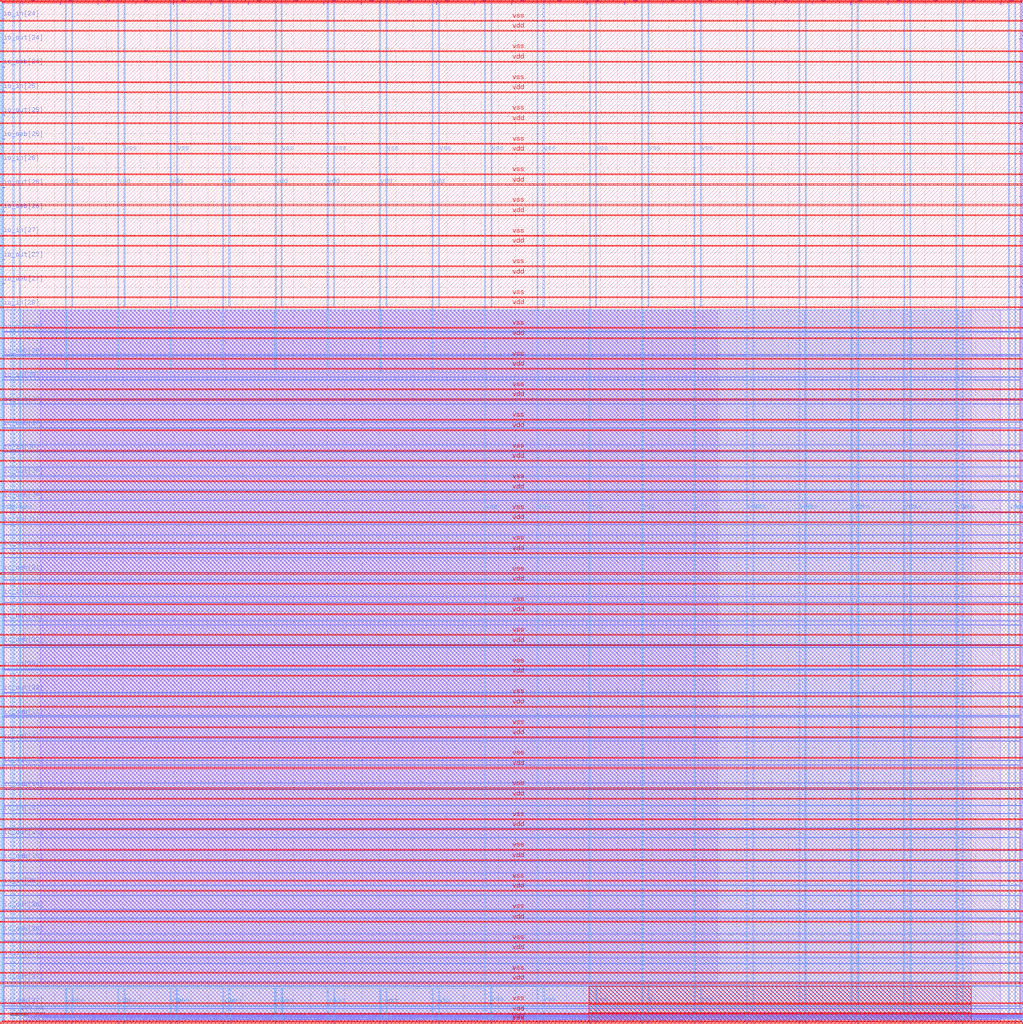
<source format=lef>
VERSION 5.7 ;
  NOWIREEXTENSIONATPIN ON ;
  DIVIDERCHAR "/" ;
  BUSBITCHARS "[]" ;
MACRO user_project_wrapper
  CLASS BLOCK ;
  FOREIGN user_project_wrapper ;
  ORIGIN 0.000 0.000 ;
  SIZE 2980.200 BY 2980.200 ;
  PIN io_in[0]
    DIRECTION INPUT ;
    USE SIGNAL ;
    PORT
      LAYER Metal3 ;
        RECT 2977.800 35.560 2985.000 36.680 ;
    END
  END io_in[0]
  PIN io_in[10]
    DIRECTION INPUT ;
    USE SIGNAL ;
    PORT
      LAYER Metal3 ;
        RECT 2977.800 2017.960 2985.000 2019.080 ;
    END
  END io_in[10]
  PIN io_in[11]
    DIRECTION INPUT ;
    USE SIGNAL ;
    PORT
      LAYER Metal3 ;
        RECT 2977.800 2216.200 2985.000 2217.320 ;
    END
  END io_in[11]
  PIN io_in[12]
    DIRECTION INPUT ;
    USE SIGNAL ;
    PORT
      LAYER Metal3 ;
        RECT 2977.800 2414.440 2985.000 2415.560 ;
    END
  END io_in[12]
  PIN io_in[13]
    DIRECTION INPUT ;
    USE SIGNAL ;
    PORT
      LAYER Metal3 ;
        RECT 2977.800 2612.680 2985.000 2613.800 ;
    END
  END io_in[13]
  PIN io_in[14]
    DIRECTION INPUT ;
    USE SIGNAL ;
    PORT
      LAYER Metal3 ;
        RECT 2977.800 2810.920 2985.000 2812.040 ;
    END
  END io_in[14]
  PIN io_in[15]
    DIRECTION INPUT ;
    USE SIGNAL ;
    PORT
      LAYER Metal2 ;
        RECT 2923.480 2977.800 2924.600 2985.000 ;
    END
  END io_in[15]
  PIN io_in[16]
    DIRECTION INPUT ;
    USE SIGNAL ;
    PORT
      LAYER Metal2 ;
        RECT 2592.520 2977.800 2593.640 2985.000 ;
    END
  END io_in[16]
  PIN io_in[17]
    DIRECTION INPUT ;
    USE SIGNAL ;
    PORT
      LAYER Metal2 ;
        RECT 2261.560 2977.800 2262.680 2985.000 ;
    END
  END io_in[17]
  PIN io_in[18]
    DIRECTION INPUT ;
    USE SIGNAL ;
    PORT
      LAYER Metal2 ;
        RECT 1930.600 2977.800 1931.720 2985.000 ;
    END
  END io_in[18]
  PIN io_in[19]
    DIRECTION INPUT ;
    USE SIGNAL ;
    PORT
      LAYER Metal2 ;
        RECT 1599.640 2977.800 1600.760 2985.000 ;
    END
  END io_in[19]
  PIN io_in[1]
    DIRECTION INPUT ;
    USE SIGNAL ;
    PORT
      LAYER Metal3 ;
        RECT 2977.800 233.800 2985.000 234.920 ;
    END
  END io_in[1]
  PIN io_in[20]
    DIRECTION INPUT ;
    USE SIGNAL ;
    PORT
      LAYER Metal2 ;
        RECT 1268.680 2977.800 1269.800 2985.000 ;
    END
  END io_in[20]
  PIN io_in[21]
    DIRECTION INPUT ;
    USE SIGNAL ;
    PORT
      LAYER Metal2 ;
        RECT 937.720 2977.800 938.840 2985.000 ;
    END
  END io_in[21]
  PIN io_in[22]
    DIRECTION INPUT ;
    USE SIGNAL ;
    PORT
      LAYER Metal2 ;
        RECT 606.760 2977.800 607.880 2985.000 ;
    END
  END io_in[22]
  PIN io_in[23]
    DIRECTION INPUT ;
    USE SIGNAL ;
    PORT
      LAYER Metal2 ;
        RECT 275.800 2977.800 276.920 2985.000 ;
    END
  END io_in[23]
  PIN io_in[24]
    DIRECTION INPUT ;
    USE SIGNAL ;
    PORT
      LAYER Metal3 ;
        RECT -4.800 2935.800 2.400 2936.920 ;
    END
  END io_in[24]
  PIN io_in[25]
    DIRECTION INPUT ;
    USE SIGNAL ;
    PORT
      LAYER Metal3 ;
        RECT -4.800 2724.120 2.400 2725.240 ;
    END
  END io_in[25]
  PIN io_in[26]
    DIRECTION INPUT ;
    USE SIGNAL ;
    PORT
      LAYER Metal3 ;
        RECT -4.800 2512.440 2.400 2513.560 ;
    END
  END io_in[26]
  PIN io_in[27]
    DIRECTION INPUT ;
    USE SIGNAL ;
    PORT
      LAYER Metal3 ;
        RECT -4.800 2300.760 2.400 2301.880 ;
    END
  END io_in[27]
  PIN io_in[28]
    DIRECTION INPUT ;
    USE SIGNAL ;
    PORT
      LAYER Metal3 ;
        RECT -4.800 2089.080 2.400 2090.200 ;
    END
  END io_in[28]
  PIN io_in[29]
    DIRECTION INPUT ;
    USE SIGNAL ;
    PORT
      LAYER Metal3 ;
        RECT -4.800 1877.400 2.400 1878.520 ;
    END
  END io_in[29]
  PIN io_in[2]
    DIRECTION INPUT ;
    USE SIGNAL ;
    PORT
      LAYER Metal3 ;
        RECT 2977.800 432.040 2985.000 433.160 ;
    END
  END io_in[2]
  PIN io_in[30]
    DIRECTION INPUT ;
    USE SIGNAL ;
    PORT
      LAYER Metal3 ;
        RECT -4.800 1665.720 2.400 1666.840 ;
    END
  END io_in[30]
  PIN io_in[31]
    DIRECTION INPUT ;
    USE SIGNAL ;
    PORT
      LAYER Metal3 ;
        RECT -4.800 1454.040 2.400 1455.160 ;
    END
  END io_in[31]
  PIN io_in[32]
    DIRECTION INPUT ;
    USE SIGNAL ;
    PORT
      LAYER Metal3 ;
        RECT -4.800 1242.360 2.400 1243.480 ;
    END
  END io_in[32]
  PIN io_in[33]
    DIRECTION INPUT ;
    USE SIGNAL ;
    PORT
      LAYER Metal3 ;
        RECT -4.800 1030.680 2.400 1031.800 ;
    END
  END io_in[33]
  PIN io_in[34]
    DIRECTION INPUT ;
    USE SIGNAL ;
    PORT
      LAYER Metal3 ;
        RECT -4.800 819.000 2.400 820.120 ;
    END
  END io_in[34]
  PIN io_in[35]
    DIRECTION INPUT ;
    USE SIGNAL ;
    PORT
      LAYER Metal3 ;
        RECT -4.800 607.320 2.400 608.440 ;
    END
  END io_in[35]
  PIN io_in[36]
    DIRECTION INPUT ;
    USE SIGNAL ;
    PORT
      LAYER Metal3 ;
        RECT -4.800 395.640 2.400 396.760 ;
    END
  END io_in[36]
  PIN io_in[37]
    DIRECTION INPUT ;
    USE SIGNAL ;
    PORT
      LAYER Metal3 ;
        RECT -4.800 183.960 2.400 185.080 ;
    END
  END io_in[37]
  PIN io_in[3]
    DIRECTION INPUT ;
    USE SIGNAL ;
    PORT
      LAYER Metal3 ;
        RECT 2977.800 630.280 2985.000 631.400 ;
    END
  END io_in[3]
  PIN io_in[4]
    DIRECTION INPUT ;
    USE SIGNAL ;
    PORT
      LAYER Metal3 ;
        RECT 2977.800 828.520 2985.000 829.640 ;
    END
  END io_in[4]
  PIN io_in[5]
    DIRECTION INPUT ;
    USE SIGNAL ;
    PORT
      LAYER Metal3 ;
        RECT 2977.800 1026.760 2985.000 1027.880 ;
    END
  END io_in[5]
  PIN io_in[6]
    DIRECTION INPUT ;
    USE SIGNAL ;
    PORT
      LAYER Metal3 ;
        RECT 2977.800 1225.000 2985.000 1226.120 ;
    END
  END io_in[6]
  PIN io_in[7]
    DIRECTION INPUT ;
    USE SIGNAL ;
    PORT
      LAYER Metal3 ;
        RECT 2977.800 1423.240 2985.000 1424.360 ;
    END
  END io_in[7]
  PIN io_in[8]
    DIRECTION INPUT ;
    USE SIGNAL ;
    PORT
      LAYER Metal3 ;
        RECT 2977.800 1621.480 2985.000 1622.600 ;
    END
  END io_in[8]
  PIN io_in[9]
    DIRECTION INPUT ;
    USE SIGNAL ;
    PORT
      LAYER Metal3 ;
        RECT 2977.800 1819.720 2985.000 1820.840 ;
    END
  END io_in[9]
  PIN io_oeb[0]
    DIRECTION OUTPUT TRISTATE ;
    USE SIGNAL ;
    PORT
      LAYER Metal3 ;
        RECT 2977.800 167.720 2985.000 168.840 ;
    END
  END io_oeb[0]
  PIN io_oeb[10]
    DIRECTION OUTPUT TRISTATE ;
    USE SIGNAL ;
    PORT
      LAYER Metal3 ;
        RECT 2977.800 2150.120 2985.000 2151.240 ;
    END
  END io_oeb[10]
  PIN io_oeb[11]
    DIRECTION OUTPUT TRISTATE ;
    USE SIGNAL ;
    PORT
      LAYER Metal3 ;
        RECT 2977.800 2348.360 2985.000 2349.480 ;
    END
  END io_oeb[11]
  PIN io_oeb[12]
    DIRECTION OUTPUT TRISTATE ;
    USE SIGNAL ;
    PORT
      LAYER Metal3 ;
        RECT 2977.800 2546.600 2985.000 2547.720 ;
    END
  END io_oeb[12]
  PIN io_oeb[13]
    DIRECTION OUTPUT TRISTATE ;
    USE SIGNAL ;
    PORT
      LAYER Metal3 ;
        RECT 2977.800 2744.840 2985.000 2745.960 ;
    END
  END io_oeb[13]
  PIN io_oeb[14]
    DIRECTION OUTPUT TRISTATE ;
    USE SIGNAL ;
    PORT
      LAYER Metal3 ;
        RECT 2977.800 2943.080 2985.000 2944.200 ;
    END
  END io_oeb[14]
  PIN io_oeb[15]
    DIRECTION OUTPUT TRISTATE ;
    USE SIGNAL ;
    PORT
      LAYER Metal2 ;
        RECT 2702.840 2977.800 2703.960 2985.000 ;
    END
  END io_oeb[15]
  PIN io_oeb[16]
    DIRECTION OUTPUT TRISTATE ;
    USE SIGNAL ;
    PORT
      LAYER Metal2 ;
        RECT 2371.880 2977.800 2373.000 2985.000 ;
    END
  END io_oeb[16]
  PIN io_oeb[17]
    DIRECTION OUTPUT TRISTATE ;
    USE SIGNAL ;
    PORT
      LAYER Metal2 ;
        RECT 2040.920 2977.800 2042.040 2985.000 ;
    END
  END io_oeb[17]
  PIN io_oeb[18]
    DIRECTION OUTPUT TRISTATE ;
    USE SIGNAL ;
    PORT
      LAYER Metal2 ;
        RECT 1709.960 2977.800 1711.080 2985.000 ;
    END
  END io_oeb[18]
  PIN io_oeb[19]
    DIRECTION OUTPUT TRISTATE ;
    USE SIGNAL ;
    PORT
      LAYER Metal2 ;
        RECT 1379.000 2977.800 1380.120 2985.000 ;
    END
  END io_oeb[19]
  PIN io_oeb[1]
    DIRECTION OUTPUT TRISTATE ;
    USE SIGNAL ;
    PORT
      LAYER Metal3 ;
        RECT 2977.800 365.960 2985.000 367.080 ;
    END
  END io_oeb[1]
  PIN io_oeb[20]
    DIRECTION OUTPUT TRISTATE ;
    USE SIGNAL ;
    PORT
      LAYER Metal2 ;
        RECT 1048.040 2977.800 1049.160 2985.000 ;
    END
  END io_oeb[20]
  PIN io_oeb[21]
    DIRECTION OUTPUT TRISTATE ;
    USE SIGNAL ;
    PORT
      LAYER Metal2 ;
        RECT 717.080 2977.800 718.200 2985.000 ;
    END
  END io_oeb[21]
  PIN io_oeb[22]
    DIRECTION OUTPUT TRISTATE ;
    USE SIGNAL ;
    PORT
      LAYER Metal2 ;
        RECT 386.120 2977.800 387.240 2985.000 ;
    END
  END io_oeb[22]
  PIN io_oeb[23]
    DIRECTION OUTPUT TRISTATE ;
    USE SIGNAL ;
    PORT
      LAYER Metal2 ;
        RECT 55.160 2977.800 56.280 2985.000 ;
    END
  END io_oeb[23]
  PIN io_oeb[24]
    DIRECTION OUTPUT TRISTATE ;
    USE SIGNAL ;
    PORT
      LAYER Metal3 ;
        RECT -4.800 2794.680 2.400 2795.800 ;
    END
  END io_oeb[24]
  PIN io_oeb[25]
    DIRECTION OUTPUT TRISTATE ;
    USE SIGNAL ;
    PORT
      LAYER Metal3 ;
        RECT -4.800 2583.000 2.400 2584.120 ;
    END
  END io_oeb[25]
  PIN io_oeb[26]
    DIRECTION OUTPUT TRISTATE ;
    USE SIGNAL ;
    PORT
      LAYER Metal3 ;
        RECT -4.800 2371.320 2.400 2372.440 ;
    END
  END io_oeb[26]
  PIN io_oeb[27]
    DIRECTION OUTPUT TRISTATE ;
    USE SIGNAL ;
    PORT
      LAYER Metal3 ;
        RECT -4.800 2159.640 2.400 2160.760 ;
    END
  END io_oeb[27]
  PIN io_oeb[28]
    DIRECTION OUTPUT TRISTATE ;
    USE SIGNAL ;
    PORT
      LAYER Metal3 ;
        RECT -4.800 1947.960 2.400 1949.080 ;
    END
  END io_oeb[28]
  PIN io_oeb[29]
    DIRECTION OUTPUT TRISTATE ;
    USE SIGNAL ;
    PORT
      LAYER Metal3 ;
        RECT -4.800 1736.280 2.400 1737.400 ;
    END
  END io_oeb[29]
  PIN io_oeb[2]
    DIRECTION OUTPUT TRISTATE ;
    USE SIGNAL ;
    PORT
      LAYER Metal3 ;
        RECT 2977.800 564.200 2985.000 565.320 ;
    END
  END io_oeb[2]
  PIN io_oeb[30]
    DIRECTION OUTPUT TRISTATE ;
    USE SIGNAL ;
    PORT
      LAYER Metal3 ;
        RECT -4.800 1524.600 2.400 1525.720 ;
    END
  END io_oeb[30]
  PIN io_oeb[31]
    DIRECTION OUTPUT TRISTATE ;
    USE SIGNAL ;
    PORT
      LAYER Metal3 ;
        RECT -4.800 1312.920 2.400 1314.040 ;
    END
  END io_oeb[31]
  PIN io_oeb[32]
    DIRECTION OUTPUT TRISTATE ;
    USE SIGNAL ;
    PORT
      LAYER Metal3 ;
        RECT -4.800 1101.240 2.400 1102.360 ;
    END
  END io_oeb[32]
  PIN io_oeb[33]
    DIRECTION OUTPUT TRISTATE ;
    USE SIGNAL ;
    PORT
      LAYER Metal3 ;
        RECT -4.800 889.560 2.400 890.680 ;
    END
  END io_oeb[33]
  PIN io_oeb[34]
    DIRECTION OUTPUT TRISTATE ;
    USE SIGNAL ;
    PORT
      LAYER Metal3 ;
        RECT -4.800 677.880 2.400 679.000 ;
    END
  END io_oeb[34]
  PIN io_oeb[35]
    DIRECTION OUTPUT TRISTATE ;
    USE SIGNAL ;
    PORT
      LAYER Metal3 ;
        RECT -4.800 466.200 2.400 467.320 ;
    END
  END io_oeb[35]
  PIN io_oeb[36]
    DIRECTION OUTPUT TRISTATE ;
    USE SIGNAL ;
    PORT
      LAYER Metal3 ;
        RECT -4.800 254.520 2.400 255.640 ;
    END
  END io_oeb[36]
  PIN io_oeb[37]
    DIRECTION OUTPUT TRISTATE ;
    USE SIGNAL ;
    PORT
      LAYER Metal3 ;
        RECT -4.800 42.840 2.400 43.960 ;
    END
  END io_oeb[37]
  PIN io_oeb[3]
    DIRECTION OUTPUT TRISTATE ;
    USE SIGNAL ;
    PORT
      LAYER Metal3 ;
        RECT 2977.800 762.440 2985.000 763.560 ;
    END
  END io_oeb[3]
  PIN io_oeb[4]
    DIRECTION OUTPUT TRISTATE ;
    USE SIGNAL ;
    PORT
      LAYER Metal3 ;
        RECT 2977.800 960.680 2985.000 961.800 ;
    END
  END io_oeb[4]
  PIN io_oeb[5]
    DIRECTION OUTPUT TRISTATE ;
    USE SIGNAL ;
    PORT
      LAYER Metal3 ;
        RECT 2977.800 1158.920 2985.000 1160.040 ;
    END
  END io_oeb[5]
  PIN io_oeb[6]
    DIRECTION OUTPUT TRISTATE ;
    USE SIGNAL ;
    PORT
      LAYER Metal3 ;
        RECT 2977.800 1357.160 2985.000 1358.280 ;
    END
  END io_oeb[6]
  PIN io_oeb[7]
    DIRECTION OUTPUT TRISTATE ;
    USE SIGNAL ;
    PORT
      LAYER Metal3 ;
        RECT 2977.800 1555.400 2985.000 1556.520 ;
    END
  END io_oeb[7]
  PIN io_oeb[8]
    DIRECTION OUTPUT TRISTATE ;
    USE SIGNAL ;
    PORT
      LAYER Metal3 ;
        RECT 2977.800 1753.640 2985.000 1754.760 ;
    END
  END io_oeb[8]
  PIN io_oeb[9]
    DIRECTION OUTPUT TRISTATE ;
    USE SIGNAL ;
    PORT
      LAYER Metal3 ;
        RECT 2977.800 1951.880 2985.000 1953.000 ;
    END
  END io_oeb[9]
  PIN io_out[0]
    DIRECTION OUTPUT TRISTATE ;
    USE SIGNAL ;
    PORT
      LAYER Metal3 ;
        RECT 2977.800 101.640 2985.000 102.760 ;
    END
  END io_out[0]
  PIN io_out[10]
    DIRECTION OUTPUT TRISTATE ;
    USE SIGNAL ;
    PORT
      LAYER Metal3 ;
        RECT 2977.800 2084.040 2985.000 2085.160 ;
    END
  END io_out[10]
  PIN io_out[11]
    DIRECTION OUTPUT TRISTATE ;
    USE SIGNAL ;
    PORT
      LAYER Metal3 ;
        RECT 2977.800 2282.280 2985.000 2283.400 ;
    END
  END io_out[11]
  PIN io_out[12]
    DIRECTION OUTPUT TRISTATE ;
    USE SIGNAL ;
    PORT
      LAYER Metal3 ;
        RECT 2977.800 2480.520 2985.000 2481.640 ;
    END
  END io_out[12]
  PIN io_out[13]
    DIRECTION OUTPUT TRISTATE ;
    USE SIGNAL ;
    PORT
      LAYER Metal3 ;
        RECT 2977.800 2678.760 2985.000 2679.880 ;
    END
  END io_out[13]
  PIN io_out[14]
    DIRECTION OUTPUT TRISTATE ;
    USE SIGNAL ;
    PORT
      LAYER Metal3 ;
        RECT 2977.800 2877.000 2985.000 2878.120 ;
    END
  END io_out[14]
  PIN io_out[15]
    DIRECTION OUTPUT TRISTATE ;
    USE SIGNAL ;
    PORT
      LAYER Metal2 ;
        RECT 2813.160 2977.800 2814.280 2985.000 ;
    END
  END io_out[15]
  PIN io_out[16]
    DIRECTION OUTPUT TRISTATE ;
    USE SIGNAL ;
    PORT
      LAYER Metal2 ;
        RECT 2482.200 2977.800 2483.320 2985.000 ;
    END
  END io_out[16]
  PIN io_out[17]
    DIRECTION OUTPUT TRISTATE ;
    USE SIGNAL ;
    PORT
      LAYER Metal2 ;
        RECT 2151.240 2977.800 2152.360 2985.000 ;
    END
  END io_out[17]
  PIN io_out[18]
    DIRECTION OUTPUT TRISTATE ;
    USE SIGNAL ;
    PORT
      LAYER Metal2 ;
        RECT 1820.280 2977.800 1821.400 2985.000 ;
    END
  END io_out[18]
  PIN io_out[19]
    DIRECTION OUTPUT TRISTATE ;
    USE SIGNAL ;
    PORT
      LAYER Metal2 ;
        RECT 1489.320 2977.800 1490.440 2985.000 ;
    END
  END io_out[19]
  PIN io_out[1]
    DIRECTION OUTPUT TRISTATE ;
    USE SIGNAL ;
    PORT
      LAYER Metal3 ;
        RECT 2977.800 299.880 2985.000 301.000 ;
    END
  END io_out[1]
  PIN io_out[20]
    DIRECTION OUTPUT TRISTATE ;
    USE SIGNAL ;
    PORT
      LAYER Metal2 ;
        RECT 1158.360 2977.800 1159.480 2985.000 ;
    END
  END io_out[20]
  PIN io_out[21]
    DIRECTION OUTPUT TRISTATE ;
    USE SIGNAL ;
    PORT
      LAYER Metal2 ;
        RECT 827.400 2977.800 828.520 2985.000 ;
    END
  END io_out[21]
  PIN io_out[22]
    DIRECTION OUTPUT TRISTATE ;
    USE SIGNAL ;
    PORT
      LAYER Metal2 ;
        RECT 496.440 2977.800 497.560 2985.000 ;
    END
  END io_out[22]
  PIN io_out[23]
    DIRECTION OUTPUT TRISTATE ;
    USE SIGNAL ;
    PORT
      LAYER Metal2 ;
        RECT 165.480 2977.800 166.600 2985.000 ;
    END
  END io_out[23]
  PIN io_out[24]
    DIRECTION OUTPUT TRISTATE ;
    USE SIGNAL ;
    PORT
      LAYER Metal3 ;
        RECT -4.800 2865.240 2.400 2866.360 ;
    END
  END io_out[24]
  PIN io_out[25]
    DIRECTION OUTPUT TRISTATE ;
    USE SIGNAL ;
    PORT
      LAYER Metal3 ;
        RECT -4.800 2653.560 2.400 2654.680 ;
    END
  END io_out[25]
  PIN io_out[26]
    DIRECTION OUTPUT TRISTATE ;
    USE SIGNAL ;
    PORT
      LAYER Metal3 ;
        RECT -4.800 2441.880 2.400 2443.000 ;
    END
  END io_out[26]
  PIN io_out[27]
    DIRECTION OUTPUT TRISTATE ;
    USE SIGNAL ;
    PORT
      LAYER Metal3 ;
        RECT -4.800 2230.200 2.400 2231.320 ;
    END
  END io_out[27]
  PIN io_out[28]
    DIRECTION OUTPUT TRISTATE ;
    USE SIGNAL ;
    PORT
      LAYER Metal3 ;
        RECT -4.800 2018.520 2.400 2019.640 ;
    END
  END io_out[28]
  PIN io_out[29]
    DIRECTION OUTPUT TRISTATE ;
    USE SIGNAL ;
    PORT
      LAYER Metal3 ;
        RECT -4.800 1806.840 2.400 1807.960 ;
    END
  END io_out[29]
  PIN io_out[2]
    DIRECTION OUTPUT TRISTATE ;
    USE SIGNAL ;
    PORT
      LAYER Metal3 ;
        RECT 2977.800 498.120 2985.000 499.240 ;
    END
  END io_out[2]
  PIN io_out[30]
    DIRECTION OUTPUT TRISTATE ;
    USE SIGNAL ;
    PORT
      LAYER Metal3 ;
        RECT -4.800 1595.160 2.400 1596.280 ;
    END
  END io_out[30]
  PIN io_out[31]
    DIRECTION OUTPUT TRISTATE ;
    USE SIGNAL ;
    PORT
      LAYER Metal3 ;
        RECT -4.800 1383.480 2.400 1384.600 ;
    END
  END io_out[31]
  PIN io_out[32]
    DIRECTION OUTPUT TRISTATE ;
    USE SIGNAL ;
    PORT
      LAYER Metal3 ;
        RECT -4.800 1171.800 2.400 1172.920 ;
    END
  END io_out[32]
  PIN io_out[33]
    DIRECTION OUTPUT TRISTATE ;
    USE SIGNAL ;
    PORT
      LAYER Metal3 ;
        RECT -4.800 960.120 2.400 961.240 ;
    END
  END io_out[33]
  PIN io_out[34]
    DIRECTION OUTPUT TRISTATE ;
    USE SIGNAL ;
    PORT
      LAYER Metal3 ;
        RECT -4.800 748.440 2.400 749.560 ;
    END
  END io_out[34]
  PIN io_out[35]
    DIRECTION OUTPUT TRISTATE ;
    USE SIGNAL ;
    PORT
      LAYER Metal3 ;
        RECT -4.800 536.760 2.400 537.880 ;
    END
  END io_out[35]
  PIN io_out[36]
    DIRECTION OUTPUT TRISTATE ;
    USE SIGNAL ;
    PORT
      LAYER Metal3 ;
        RECT -4.800 325.080 2.400 326.200 ;
    END
  END io_out[36]
  PIN io_out[37]
    DIRECTION OUTPUT TRISTATE ;
    USE SIGNAL ;
    PORT
      LAYER Metal3 ;
        RECT -4.800 113.400 2.400 114.520 ;
    END
  END io_out[37]
  PIN io_out[3]
    DIRECTION OUTPUT TRISTATE ;
    USE SIGNAL ;
    PORT
      LAYER Metal3 ;
        RECT 2977.800 696.360 2985.000 697.480 ;
    END
  END io_out[3]
  PIN io_out[4]
    DIRECTION OUTPUT TRISTATE ;
    USE SIGNAL ;
    PORT
      LAYER Metal3 ;
        RECT 2977.800 894.600 2985.000 895.720 ;
    END
  END io_out[4]
  PIN io_out[5]
    DIRECTION OUTPUT TRISTATE ;
    USE SIGNAL ;
    PORT
      LAYER Metal3 ;
        RECT 2977.800 1092.840 2985.000 1093.960 ;
    END
  END io_out[5]
  PIN io_out[6]
    DIRECTION OUTPUT TRISTATE ;
    USE SIGNAL ;
    PORT
      LAYER Metal3 ;
        RECT 2977.800 1291.080 2985.000 1292.200 ;
    END
  END io_out[6]
  PIN io_out[7]
    DIRECTION OUTPUT TRISTATE ;
    USE SIGNAL ;
    PORT
      LAYER Metal3 ;
        RECT 2977.800 1489.320 2985.000 1490.440 ;
    END
  END io_out[7]
  PIN io_out[8]
    DIRECTION OUTPUT TRISTATE ;
    USE SIGNAL ;
    PORT
      LAYER Metal3 ;
        RECT 2977.800 1687.560 2985.000 1688.680 ;
    END
  END io_out[8]
  PIN io_out[9]
    DIRECTION OUTPUT TRISTATE ;
    USE SIGNAL ;
    PORT
      LAYER Metal3 ;
        RECT 2977.800 1885.800 2985.000 1886.920 ;
    END
  END io_out[9]
  PIN la_data_in[0]
    DIRECTION INPUT ;
    USE SIGNAL ;
    PORT
      LAYER Metal2 ;
        RECT 1065.960 -4.800 1067.080 2.400 ;
    END
  END la_data_in[0]
  PIN la_data_in[10]
    DIRECTION INPUT ;
    USE SIGNAL ;
    PORT
      LAYER Metal2 ;
        RECT 1351.560 -4.800 1352.680 2.400 ;
    END
  END la_data_in[10]
  PIN la_data_in[11]
    DIRECTION INPUT ;
    USE SIGNAL ;
    PORT
      LAYER Metal2 ;
        RECT 1380.120 -4.800 1381.240 2.400 ;
    END
  END la_data_in[11]
  PIN la_data_in[12]
    DIRECTION INPUT ;
    USE SIGNAL ;
    PORT
      LAYER Metal2 ;
        RECT 1408.680 -4.800 1409.800 2.400 ;
    END
  END la_data_in[12]
  PIN la_data_in[13]
    DIRECTION INPUT ;
    USE SIGNAL ;
    PORT
      LAYER Metal2 ;
        RECT 1437.240 -4.800 1438.360 2.400 ;
    END
  END la_data_in[13]
  PIN la_data_in[14]
    DIRECTION INPUT ;
    USE SIGNAL ;
    PORT
      LAYER Metal2 ;
        RECT 1465.800 -4.800 1466.920 2.400 ;
    END
  END la_data_in[14]
  PIN la_data_in[15]
    DIRECTION INPUT ;
    USE SIGNAL ;
    PORT
      LAYER Metal2 ;
        RECT 1494.360 -4.800 1495.480 2.400 ;
    END
  END la_data_in[15]
  PIN la_data_in[16]
    DIRECTION INPUT ;
    USE SIGNAL ;
    PORT
      LAYER Metal2 ;
        RECT 1522.920 -4.800 1524.040 2.400 ;
    END
  END la_data_in[16]
  PIN la_data_in[17]
    DIRECTION INPUT ;
    USE SIGNAL ;
    PORT
      LAYER Metal2 ;
        RECT 1551.480 -4.800 1552.600 2.400 ;
    END
  END la_data_in[17]
  PIN la_data_in[18]
    DIRECTION INPUT ;
    USE SIGNAL ;
    PORT
      LAYER Metal2 ;
        RECT 1580.040 -4.800 1581.160 2.400 ;
    END
  END la_data_in[18]
  PIN la_data_in[19]
    DIRECTION INPUT ;
    USE SIGNAL ;
    PORT
      LAYER Metal2 ;
        RECT 1608.600 -4.800 1609.720 2.400 ;
    END
  END la_data_in[19]
  PIN la_data_in[1]
    DIRECTION INPUT ;
    USE SIGNAL ;
    PORT
      LAYER Metal2 ;
        RECT 1094.520 -4.800 1095.640 2.400 ;
    END
  END la_data_in[1]
  PIN la_data_in[20]
    DIRECTION INPUT ;
    USE SIGNAL ;
    PORT
      LAYER Metal2 ;
        RECT 1637.160 -4.800 1638.280 2.400 ;
    END
  END la_data_in[20]
  PIN la_data_in[21]
    DIRECTION INPUT ;
    USE SIGNAL ;
    PORT
      LAYER Metal2 ;
        RECT 1665.720 -4.800 1666.840 2.400 ;
    END
  END la_data_in[21]
  PIN la_data_in[22]
    DIRECTION INPUT ;
    USE SIGNAL ;
    PORT
      LAYER Metal2 ;
        RECT 1694.280 -4.800 1695.400 2.400 ;
    END
  END la_data_in[22]
  PIN la_data_in[23]
    DIRECTION INPUT ;
    USE SIGNAL ;
    PORT
      LAYER Metal2 ;
        RECT 1722.840 -4.800 1723.960 2.400 ;
    END
  END la_data_in[23]
  PIN la_data_in[24]
    DIRECTION INPUT ;
    USE SIGNAL ;
    PORT
      LAYER Metal2 ;
        RECT 1751.400 -4.800 1752.520 2.400 ;
    END
  END la_data_in[24]
  PIN la_data_in[25]
    DIRECTION INPUT ;
    USE SIGNAL ;
    PORT
      LAYER Metal2 ;
        RECT 1779.960 -4.800 1781.080 2.400 ;
    END
  END la_data_in[25]
  PIN la_data_in[26]
    DIRECTION INPUT ;
    USE SIGNAL ;
    PORT
      LAYER Metal2 ;
        RECT 1808.520 -4.800 1809.640 2.400 ;
    END
  END la_data_in[26]
  PIN la_data_in[27]
    DIRECTION INPUT ;
    USE SIGNAL ;
    PORT
      LAYER Metal2 ;
        RECT 1837.080 -4.800 1838.200 2.400 ;
    END
  END la_data_in[27]
  PIN la_data_in[28]
    DIRECTION INPUT ;
    USE SIGNAL ;
    PORT
      LAYER Metal2 ;
        RECT 1865.640 -4.800 1866.760 2.400 ;
    END
  END la_data_in[28]
  PIN la_data_in[29]
    DIRECTION INPUT ;
    USE SIGNAL ;
    PORT
      LAYER Metal2 ;
        RECT 1894.200 -4.800 1895.320 2.400 ;
    END
  END la_data_in[29]
  PIN la_data_in[2]
    DIRECTION INPUT ;
    USE SIGNAL ;
    PORT
      LAYER Metal2 ;
        RECT 1123.080 -4.800 1124.200 2.400 ;
    END
  END la_data_in[2]
  PIN la_data_in[30]
    DIRECTION INPUT ;
    USE SIGNAL ;
    PORT
      LAYER Metal2 ;
        RECT 1922.760 -4.800 1923.880 2.400 ;
    END
  END la_data_in[30]
  PIN la_data_in[31]
    DIRECTION INPUT ;
    USE SIGNAL ;
    PORT
      LAYER Metal2 ;
        RECT 1951.320 -4.800 1952.440 2.400 ;
    END
  END la_data_in[31]
  PIN la_data_in[32]
    DIRECTION INPUT ;
    USE SIGNAL ;
    PORT
      LAYER Metal2 ;
        RECT 1979.880 -4.800 1981.000 2.400 ;
    END
  END la_data_in[32]
  PIN la_data_in[33]
    DIRECTION INPUT ;
    USE SIGNAL ;
    PORT
      LAYER Metal2 ;
        RECT 2008.440 -4.800 2009.560 2.400 ;
    END
  END la_data_in[33]
  PIN la_data_in[34]
    DIRECTION INPUT ;
    USE SIGNAL ;
    PORT
      LAYER Metal2 ;
        RECT 2037.000 -4.800 2038.120 2.400 ;
    END
  END la_data_in[34]
  PIN la_data_in[35]
    DIRECTION INPUT ;
    USE SIGNAL ;
    PORT
      LAYER Metal2 ;
        RECT 2065.560 -4.800 2066.680 2.400 ;
    END
  END la_data_in[35]
  PIN la_data_in[36]
    DIRECTION INPUT ;
    USE SIGNAL ;
    PORT
      LAYER Metal2 ;
        RECT 2094.120 -4.800 2095.240 2.400 ;
    END
  END la_data_in[36]
  PIN la_data_in[37]
    DIRECTION INPUT ;
    USE SIGNAL ;
    PORT
      LAYER Metal2 ;
        RECT 2122.680 -4.800 2123.800 2.400 ;
    END
  END la_data_in[37]
  PIN la_data_in[38]
    DIRECTION INPUT ;
    USE SIGNAL ;
    PORT
      LAYER Metal2 ;
        RECT 2151.240 -4.800 2152.360 2.400 ;
    END
  END la_data_in[38]
  PIN la_data_in[39]
    DIRECTION INPUT ;
    USE SIGNAL ;
    PORT
      LAYER Metal2 ;
        RECT 2179.800 -4.800 2180.920 2.400 ;
    END
  END la_data_in[39]
  PIN la_data_in[3]
    DIRECTION INPUT ;
    USE SIGNAL ;
    PORT
      LAYER Metal2 ;
        RECT 1151.640 -4.800 1152.760 2.400 ;
    END
  END la_data_in[3]
  PIN la_data_in[40]
    DIRECTION INPUT ;
    USE SIGNAL ;
    PORT
      LAYER Metal2 ;
        RECT 2208.360 -4.800 2209.480 2.400 ;
    END
  END la_data_in[40]
  PIN la_data_in[41]
    DIRECTION INPUT ;
    USE SIGNAL ;
    PORT
      LAYER Metal2 ;
        RECT 2236.920 -4.800 2238.040 2.400 ;
    END
  END la_data_in[41]
  PIN la_data_in[42]
    DIRECTION INPUT ;
    USE SIGNAL ;
    PORT
      LAYER Metal2 ;
        RECT 2265.480 -4.800 2266.600 2.400 ;
    END
  END la_data_in[42]
  PIN la_data_in[43]
    DIRECTION INPUT ;
    USE SIGNAL ;
    PORT
      LAYER Metal2 ;
        RECT 2294.040 -4.800 2295.160 2.400 ;
    END
  END la_data_in[43]
  PIN la_data_in[44]
    DIRECTION INPUT ;
    USE SIGNAL ;
    PORT
      LAYER Metal2 ;
        RECT 2322.600 -4.800 2323.720 2.400 ;
    END
  END la_data_in[44]
  PIN la_data_in[45]
    DIRECTION INPUT ;
    USE SIGNAL ;
    PORT
      LAYER Metal2 ;
        RECT 2351.160 -4.800 2352.280 2.400 ;
    END
  END la_data_in[45]
  PIN la_data_in[46]
    DIRECTION INPUT ;
    USE SIGNAL ;
    PORT
      LAYER Metal2 ;
        RECT 2379.720 -4.800 2380.840 2.400 ;
    END
  END la_data_in[46]
  PIN la_data_in[47]
    DIRECTION INPUT ;
    USE SIGNAL ;
    PORT
      LAYER Metal2 ;
        RECT 2408.280 -4.800 2409.400 2.400 ;
    END
  END la_data_in[47]
  PIN la_data_in[48]
    DIRECTION INPUT ;
    USE SIGNAL ;
    PORT
      LAYER Metal2 ;
        RECT 2436.840 -4.800 2437.960 2.400 ;
    END
  END la_data_in[48]
  PIN la_data_in[49]
    DIRECTION INPUT ;
    USE SIGNAL ;
    PORT
      LAYER Metal2 ;
        RECT 2465.400 -4.800 2466.520 2.400 ;
    END
  END la_data_in[49]
  PIN la_data_in[4]
    DIRECTION INPUT ;
    USE SIGNAL ;
    PORT
      LAYER Metal2 ;
        RECT 1180.200 -4.800 1181.320 2.400 ;
    END
  END la_data_in[4]
  PIN la_data_in[50]
    DIRECTION INPUT ;
    USE SIGNAL ;
    PORT
      LAYER Metal2 ;
        RECT 2493.960 -4.800 2495.080 2.400 ;
    END
  END la_data_in[50]
  PIN la_data_in[51]
    DIRECTION INPUT ;
    USE SIGNAL ;
    PORT
      LAYER Metal2 ;
        RECT 2522.520 -4.800 2523.640 2.400 ;
    END
  END la_data_in[51]
  PIN la_data_in[52]
    DIRECTION INPUT ;
    USE SIGNAL ;
    PORT
      LAYER Metal2 ;
        RECT 2551.080 -4.800 2552.200 2.400 ;
    END
  END la_data_in[52]
  PIN la_data_in[53]
    DIRECTION INPUT ;
    USE SIGNAL ;
    PORT
      LAYER Metal2 ;
        RECT 2579.640 -4.800 2580.760 2.400 ;
    END
  END la_data_in[53]
  PIN la_data_in[54]
    DIRECTION INPUT ;
    USE SIGNAL ;
    PORT
      LAYER Metal2 ;
        RECT 2608.200 -4.800 2609.320 2.400 ;
    END
  END la_data_in[54]
  PIN la_data_in[55]
    DIRECTION INPUT ;
    USE SIGNAL ;
    PORT
      LAYER Metal2 ;
        RECT 2636.760 -4.800 2637.880 2.400 ;
    END
  END la_data_in[55]
  PIN la_data_in[56]
    DIRECTION INPUT ;
    USE SIGNAL ;
    PORT
      LAYER Metal2 ;
        RECT 2665.320 -4.800 2666.440 2.400 ;
    END
  END la_data_in[56]
  PIN la_data_in[57]
    DIRECTION INPUT ;
    USE SIGNAL ;
    PORT
      LAYER Metal2 ;
        RECT 2693.880 -4.800 2695.000 2.400 ;
    END
  END la_data_in[57]
  PIN la_data_in[58]
    DIRECTION INPUT ;
    USE SIGNAL ;
    PORT
      LAYER Metal2 ;
        RECT 2722.440 -4.800 2723.560 2.400 ;
    END
  END la_data_in[58]
  PIN la_data_in[59]
    DIRECTION INPUT ;
    USE SIGNAL ;
    PORT
      LAYER Metal2 ;
        RECT 2751.000 -4.800 2752.120 2.400 ;
    END
  END la_data_in[59]
  PIN la_data_in[5]
    DIRECTION INPUT ;
    USE SIGNAL ;
    PORT
      LAYER Metal2 ;
        RECT 1208.760 -4.800 1209.880 2.400 ;
    END
  END la_data_in[5]
  PIN la_data_in[60]
    DIRECTION INPUT ;
    USE SIGNAL ;
    PORT
      LAYER Metal2 ;
        RECT 2779.560 -4.800 2780.680 2.400 ;
    END
  END la_data_in[60]
  PIN la_data_in[61]
    DIRECTION INPUT ;
    USE SIGNAL ;
    PORT
      LAYER Metal2 ;
        RECT 2808.120 -4.800 2809.240 2.400 ;
    END
  END la_data_in[61]
  PIN la_data_in[62]
    DIRECTION INPUT ;
    USE SIGNAL ;
    PORT
      LAYER Metal2 ;
        RECT 2836.680 -4.800 2837.800 2.400 ;
    END
  END la_data_in[62]
  PIN la_data_in[63]
    DIRECTION INPUT ;
    USE SIGNAL ;
    PORT
      LAYER Metal2 ;
        RECT 2865.240 -4.800 2866.360 2.400 ;
    END
  END la_data_in[63]
  PIN la_data_in[6]
    DIRECTION INPUT ;
    USE SIGNAL ;
    PORT
      LAYER Metal2 ;
        RECT 1237.320 -4.800 1238.440 2.400 ;
    END
  END la_data_in[6]
  PIN la_data_in[7]
    DIRECTION INPUT ;
    USE SIGNAL ;
    PORT
      LAYER Metal2 ;
        RECT 1265.880 -4.800 1267.000 2.400 ;
    END
  END la_data_in[7]
  PIN la_data_in[8]
    DIRECTION INPUT ;
    USE SIGNAL ;
    PORT
      LAYER Metal2 ;
        RECT 1294.440 -4.800 1295.560 2.400 ;
    END
  END la_data_in[8]
  PIN la_data_in[9]
    DIRECTION INPUT ;
    USE SIGNAL ;
    PORT
      LAYER Metal2 ;
        RECT 1323.000 -4.800 1324.120 2.400 ;
    END
  END la_data_in[9]
  PIN la_data_out[0]
    DIRECTION OUTPUT TRISTATE ;
    USE SIGNAL ;
    PORT
      LAYER Metal2 ;
        RECT 1075.480 -4.800 1076.600 2.400 ;
    END
  END la_data_out[0]
  PIN la_data_out[10]
    DIRECTION OUTPUT TRISTATE ;
    USE SIGNAL ;
    PORT
      LAYER Metal2 ;
        RECT 1361.080 -4.800 1362.200 2.400 ;
    END
  END la_data_out[10]
  PIN la_data_out[11]
    DIRECTION OUTPUT TRISTATE ;
    USE SIGNAL ;
    PORT
      LAYER Metal2 ;
        RECT 1389.640 -4.800 1390.760 2.400 ;
    END
  END la_data_out[11]
  PIN la_data_out[12]
    DIRECTION OUTPUT TRISTATE ;
    USE SIGNAL ;
    PORT
      LAYER Metal2 ;
        RECT 1418.200 -4.800 1419.320 2.400 ;
    END
  END la_data_out[12]
  PIN la_data_out[13]
    DIRECTION OUTPUT TRISTATE ;
    USE SIGNAL ;
    PORT
      LAYER Metal2 ;
        RECT 1446.760 -4.800 1447.880 2.400 ;
    END
  END la_data_out[13]
  PIN la_data_out[14]
    DIRECTION OUTPUT TRISTATE ;
    USE SIGNAL ;
    PORT
      LAYER Metal2 ;
        RECT 1475.320 -4.800 1476.440 2.400 ;
    END
  END la_data_out[14]
  PIN la_data_out[15]
    DIRECTION OUTPUT TRISTATE ;
    USE SIGNAL ;
    PORT
      LAYER Metal2 ;
        RECT 1503.880 -4.800 1505.000 2.400 ;
    END
  END la_data_out[15]
  PIN la_data_out[16]
    DIRECTION OUTPUT TRISTATE ;
    USE SIGNAL ;
    PORT
      LAYER Metal2 ;
        RECT 1532.440 -4.800 1533.560 2.400 ;
    END
  END la_data_out[16]
  PIN la_data_out[17]
    DIRECTION OUTPUT TRISTATE ;
    USE SIGNAL ;
    PORT
      LAYER Metal2 ;
        RECT 1561.000 -4.800 1562.120 2.400 ;
    END
  END la_data_out[17]
  PIN la_data_out[18]
    DIRECTION OUTPUT TRISTATE ;
    USE SIGNAL ;
    PORT
      LAYER Metal2 ;
        RECT 1589.560 -4.800 1590.680 2.400 ;
    END
  END la_data_out[18]
  PIN la_data_out[19]
    DIRECTION OUTPUT TRISTATE ;
    USE SIGNAL ;
    PORT
      LAYER Metal2 ;
        RECT 1618.120 -4.800 1619.240 2.400 ;
    END
  END la_data_out[19]
  PIN la_data_out[1]
    DIRECTION OUTPUT TRISTATE ;
    USE SIGNAL ;
    PORT
      LAYER Metal2 ;
        RECT 1104.040 -4.800 1105.160 2.400 ;
    END
  END la_data_out[1]
  PIN la_data_out[20]
    DIRECTION OUTPUT TRISTATE ;
    USE SIGNAL ;
    PORT
      LAYER Metal2 ;
        RECT 1646.680 -4.800 1647.800 2.400 ;
    END
  END la_data_out[20]
  PIN la_data_out[21]
    DIRECTION OUTPUT TRISTATE ;
    USE SIGNAL ;
    PORT
      LAYER Metal2 ;
        RECT 1675.240 -4.800 1676.360 2.400 ;
    END
  END la_data_out[21]
  PIN la_data_out[22]
    DIRECTION OUTPUT TRISTATE ;
    USE SIGNAL ;
    PORT
      LAYER Metal2 ;
        RECT 1703.800 -4.800 1704.920 2.400 ;
    END
  END la_data_out[22]
  PIN la_data_out[23]
    DIRECTION OUTPUT TRISTATE ;
    USE SIGNAL ;
    PORT
      LAYER Metal2 ;
        RECT 1732.360 -4.800 1733.480 2.400 ;
    END
  END la_data_out[23]
  PIN la_data_out[24]
    DIRECTION OUTPUT TRISTATE ;
    USE SIGNAL ;
    PORT
      LAYER Metal2 ;
        RECT 1760.920 -4.800 1762.040 2.400 ;
    END
  END la_data_out[24]
  PIN la_data_out[25]
    DIRECTION OUTPUT TRISTATE ;
    USE SIGNAL ;
    PORT
      LAYER Metal2 ;
        RECT 1789.480 -4.800 1790.600 2.400 ;
    END
  END la_data_out[25]
  PIN la_data_out[26]
    DIRECTION OUTPUT TRISTATE ;
    USE SIGNAL ;
    PORT
      LAYER Metal2 ;
        RECT 1818.040 -4.800 1819.160 2.400 ;
    END
  END la_data_out[26]
  PIN la_data_out[27]
    DIRECTION OUTPUT TRISTATE ;
    USE SIGNAL ;
    PORT
      LAYER Metal2 ;
        RECT 1846.600 -4.800 1847.720 2.400 ;
    END
  END la_data_out[27]
  PIN la_data_out[28]
    DIRECTION OUTPUT TRISTATE ;
    USE SIGNAL ;
    PORT
      LAYER Metal2 ;
        RECT 1875.160 -4.800 1876.280 2.400 ;
    END
  END la_data_out[28]
  PIN la_data_out[29]
    DIRECTION OUTPUT TRISTATE ;
    USE SIGNAL ;
    PORT
      LAYER Metal2 ;
        RECT 1903.720 -4.800 1904.840 2.400 ;
    END
  END la_data_out[29]
  PIN la_data_out[2]
    DIRECTION OUTPUT TRISTATE ;
    USE SIGNAL ;
    PORT
      LAYER Metal2 ;
        RECT 1132.600 -4.800 1133.720 2.400 ;
    END
  END la_data_out[2]
  PIN la_data_out[30]
    DIRECTION OUTPUT TRISTATE ;
    USE SIGNAL ;
    PORT
      LAYER Metal2 ;
        RECT 1932.280 -4.800 1933.400 2.400 ;
    END
  END la_data_out[30]
  PIN la_data_out[31]
    DIRECTION OUTPUT TRISTATE ;
    USE SIGNAL ;
    PORT
      LAYER Metal2 ;
        RECT 1960.840 -4.800 1961.960 2.400 ;
    END
  END la_data_out[31]
  PIN la_data_out[32]
    DIRECTION OUTPUT TRISTATE ;
    USE SIGNAL ;
    PORT
      LAYER Metal2 ;
        RECT 1989.400 -4.800 1990.520 2.400 ;
    END
  END la_data_out[32]
  PIN la_data_out[33]
    DIRECTION OUTPUT TRISTATE ;
    USE SIGNAL ;
    PORT
      LAYER Metal2 ;
        RECT 2017.960 -4.800 2019.080 2.400 ;
    END
  END la_data_out[33]
  PIN la_data_out[34]
    DIRECTION OUTPUT TRISTATE ;
    USE SIGNAL ;
    PORT
      LAYER Metal2 ;
        RECT 2046.520 -4.800 2047.640 2.400 ;
    END
  END la_data_out[34]
  PIN la_data_out[35]
    DIRECTION OUTPUT TRISTATE ;
    USE SIGNAL ;
    PORT
      LAYER Metal2 ;
        RECT 2075.080 -4.800 2076.200 2.400 ;
    END
  END la_data_out[35]
  PIN la_data_out[36]
    DIRECTION OUTPUT TRISTATE ;
    USE SIGNAL ;
    PORT
      LAYER Metal2 ;
        RECT 2103.640 -4.800 2104.760 2.400 ;
    END
  END la_data_out[36]
  PIN la_data_out[37]
    DIRECTION OUTPUT TRISTATE ;
    USE SIGNAL ;
    PORT
      LAYER Metal2 ;
        RECT 2132.200 -4.800 2133.320 2.400 ;
    END
  END la_data_out[37]
  PIN la_data_out[38]
    DIRECTION OUTPUT TRISTATE ;
    USE SIGNAL ;
    PORT
      LAYER Metal2 ;
        RECT 2160.760 -4.800 2161.880 2.400 ;
    END
  END la_data_out[38]
  PIN la_data_out[39]
    DIRECTION OUTPUT TRISTATE ;
    USE SIGNAL ;
    PORT
      LAYER Metal2 ;
        RECT 2189.320 -4.800 2190.440 2.400 ;
    END
  END la_data_out[39]
  PIN la_data_out[3]
    DIRECTION OUTPUT TRISTATE ;
    USE SIGNAL ;
    PORT
      LAYER Metal2 ;
        RECT 1161.160 -4.800 1162.280 2.400 ;
    END
  END la_data_out[3]
  PIN la_data_out[40]
    DIRECTION OUTPUT TRISTATE ;
    USE SIGNAL ;
    PORT
      LAYER Metal2 ;
        RECT 2217.880 -4.800 2219.000 2.400 ;
    END
  END la_data_out[40]
  PIN la_data_out[41]
    DIRECTION OUTPUT TRISTATE ;
    USE SIGNAL ;
    PORT
      LAYER Metal2 ;
        RECT 2246.440 -4.800 2247.560 2.400 ;
    END
  END la_data_out[41]
  PIN la_data_out[42]
    DIRECTION OUTPUT TRISTATE ;
    USE SIGNAL ;
    PORT
      LAYER Metal2 ;
        RECT 2275.000 -4.800 2276.120 2.400 ;
    END
  END la_data_out[42]
  PIN la_data_out[43]
    DIRECTION OUTPUT TRISTATE ;
    USE SIGNAL ;
    PORT
      LAYER Metal2 ;
        RECT 2303.560 -4.800 2304.680 2.400 ;
    END
  END la_data_out[43]
  PIN la_data_out[44]
    DIRECTION OUTPUT TRISTATE ;
    USE SIGNAL ;
    PORT
      LAYER Metal2 ;
        RECT 2332.120 -4.800 2333.240 2.400 ;
    END
  END la_data_out[44]
  PIN la_data_out[45]
    DIRECTION OUTPUT TRISTATE ;
    USE SIGNAL ;
    PORT
      LAYER Metal2 ;
        RECT 2360.680 -4.800 2361.800 2.400 ;
    END
  END la_data_out[45]
  PIN la_data_out[46]
    DIRECTION OUTPUT TRISTATE ;
    USE SIGNAL ;
    PORT
      LAYER Metal2 ;
        RECT 2389.240 -4.800 2390.360 2.400 ;
    END
  END la_data_out[46]
  PIN la_data_out[47]
    DIRECTION OUTPUT TRISTATE ;
    USE SIGNAL ;
    PORT
      LAYER Metal2 ;
        RECT 2417.800 -4.800 2418.920 2.400 ;
    END
  END la_data_out[47]
  PIN la_data_out[48]
    DIRECTION OUTPUT TRISTATE ;
    USE SIGNAL ;
    PORT
      LAYER Metal2 ;
        RECT 2446.360 -4.800 2447.480 2.400 ;
    END
  END la_data_out[48]
  PIN la_data_out[49]
    DIRECTION OUTPUT TRISTATE ;
    USE SIGNAL ;
    PORT
      LAYER Metal2 ;
        RECT 2474.920 -4.800 2476.040 2.400 ;
    END
  END la_data_out[49]
  PIN la_data_out[4]
    DIRECTION OUTPUT TRISTATE ;
    USE SIGNAL ;
    PORT
      LAYER Metal2 ;
        RECT 1189.720 -4.800 1190.840 2.400 ;
    END
  END la_data_out[4]
  PIN la_data_out[50]
    DIRECTION OUTPUT TRISTATE ;
    USE SIGNAL ;
    PORT
      LAYER Metal2 ;
        RECT 2503.480 -4.800 2504.600 2.400 ;
    END
  END la_data_out[50]
  PIN la_data_out[51]
    DIRECTION OUTPUT TRISTATE ;
    USE SIGNAL ;
    PORT
      LAYER Metal2 ;
        RECT 2532.040 -4.800 2533.160 2.400 ;
    END
  END la_data_out[51]
  PIN la_data_out[52]
    DIRECTION OUTPUT TRISTATE ;
    USE SIGNAL ;
    PORT
      LAYER Metal2 ;
        RECT 2560.600 -4.800 2561.720 2.400 ;
    END
  END la_data_out[52]
  PIN la_data_out[53]
    DIRECTION OUTPUT TRISTATE ;
    USE SIGNAL ;
    PORT
      LAYER Metal2 ;
        RECT 2589.160 -4.800 2590.280 2.400 ;
    END
  END la_data_out[53]
  PIN la_data_out[54]
    DIRECTION OUTPUT TRISTATE ;
    USE SIGNAL ;
    PORT
      LAYER Metal2 ;
        RECT 2617.720 -4.800 2618.840 2.400 ;
    END
  END la_data_out[54]
  PIN la_data_out[55]
    DIRECTION OUTPUT TRISTATE ;
    USE SIGNAL ;
    PORT
      LAYER Metal2 ;
        RECT 2646.280 -4.800 2647.400 2.400 ;
    END
  END la_data_out[55]
  PIN la_data_out[56]
    DIRECTION OUTPUT TRISTATE ;
    USE SIGNAL ;
    PORT
      LAYER Metal2 ;
        RECT 2674.840 -4.800 2675.960 2.400 ;
    END
  END la_data_out[56]
  PIN la_data_out[57]
    DIRECTION OUTPUT TRISTATE ;
    USE SIGNAL ;
    PORT
      LAYER Metal2 ;
        RECT 2703.400 -4.800 2704.520 2.400 ;
    END
  END la_data_out[57]
  PIN la_data_out[58]
    DIRECTION OUTPUT TRISTATE ;
    USE SIGNAL ;
    PORT
      LAYER Metal2 ;
        RECT 2731.960 -4.800 2733.080 2.400 ;
    END
  END la_data_out[58]
  PIN la_data_out[59]
    DIRECTION OUTPUT TRISTATE ;
    USE SIGNAL ;
    PORT
      LAYER Metal2 ;
        RECT 2760.520 -4.800 2761.640 2.400 ;
    END
  END la_data_out[59]
  PIN la_data_out[5]
    DIRECTION OUTPUT TRISTATE ;
    USE SIGNAL ;
    PORT
      LAYER Metal2 ;
        RECT 1218.280 -4.800 1219.400 2.400 ;
    END
  END la_data_out[5]
  PIN la_data_out[60]
    DIRECTION OUTPUT TRISTATE ;
    USE SIGNAL ;
    PORT
      LAYER Metal2 ;
        RECT 2789.080 -4.800 2790.200 2.400 ;
    END
  END la_data_out[60]
  PIN la_data_out[61]
    DIRECTION OUTPUT TRISTATE ;
    USE SIGNAL ;
    PORT
      LAYER Metal2 ;
        RECT 2817.640 -4.800 2818.760 2.400 ;
    END
  END la_data_out[61]
  PIN la_data_out[62]
    DIRECTION OUTPUT TRISTATE ;
    USE SIGNAL ;
    PORT
      LAYER Metal2 ;
        RECT 2846.200 -4.800 2847.320 2.400 ;
    END
  END la_data_out[62]
  PIN la_data_out[63]
    DIRECTION OUTPUT TRISTATE ;
    USE SIGNAL ;
    PORT
      LAYER Metal2 ;
        RECT 2874.760 -4.800 2875.880 2.400 ;
    END
  END la_data_out[63]
  PIN la_data_out[6]
    DIRECTION OUTPUT TRISTATE ;
    USE SIGNAL ;
    PORT
      LAYER Metal2 ;
        RECT 1246.840 -4.800 1247.960 2.400 ;
    END
  END la_data_out[6]
  PIN la_data_out[7]
    DIRECTION OUTPUT TRISTATE ;
    USE SIGNAL ;
    PORT
      LAYER Metal2 ;
        RECT 1275.400 -4.800 1276.520 2.400 ;
    END
  END la_data_out[7]
  PIN la_data_out[8]
    DIRECTION OUTPUT TRISTATE ;
    USE SIGNAL ;
    PORT
      LAYER Metal2 ;
        RECT 1303.960 -4.800 1305.080 2.400 ;
    END
  END la_data_out[8]
  PIN la_data_out[9]
    DIRECTION OUTPUT TRISTATE ;
    USE SIGNAL ;
    PORT
      LAYER Metal2 ;
        RECT 1332.520 -4.800 1333.640 2.400 ;
    END
  END la_data_out[9]
  PIN la_oenb[0]
    DIRECTION INPUT ;
    USE SIGNAL ;
    PORT
      LAYER Metal2 ;
        RECT 1085.000 -4.800 1086.120 2.400 ;
    END
  END la_oenb[0]
  PIN la_oenb[10]
    DIRECTION INPUT ;
    USE SIGNAL ;
    PORT
      LAYER Metal2 ;
        RECT 1370.600 -4.800 1371.720 2.400 ;
    END
  END la_oenb[10]
  PIN la_oenb[11]
    DIRECTION INPUT ;
    USE SIGNAL ;
    PORT
      LAYER Metal2 ;
        RECT 1399.160 -4.800 1400.280 2.400 ;
    END
  END la_oenb[11]
  PIN la_oenb[12]
    DIRECTION INPUT ;
    USE SIGNAL ;
    PORT
      LAYER Metal2 ;
        RECT 1427.720 -4.800 1428.840 2.400 ;
    END
  END la_oenb[12]
  PIN la_oenb[13]
    DIRECTION INPUT ;
    USE SIGNAL ;
    PORT
      LAYER Metal2 ;
        RECT 1456.280 -4.800 1457.400 2.400 ;
    END
  END la_oenb[13]
  PIN la_oenb[14]
    DIRECTION INPUT ;
    USE SIGNAL ;
    PORT
      LAYER Metal2 ;
        RECT 1484.840 -4.800 1485.960 2.400 ;
    END
  END la_oenb[14]
  PIN la_oenb[15]
    DIRECTION INPUT ;
    USE SIGNAL ;
    PORT
      LAYER Metal2 ;
        RECT 1513.400 -4.800 1514.520 2.400 ;
    END
  END la_oenb[15]
  PIN la_oenb[16]
    DIRECTION INPUT ;
    USE SIGNAL ;
    PORT
      LAYER Metal2 ;
        RECT 1541.960 -4.800 1543.080 2.400 ;
    END
  END la_oenb[16]
  PIN la_oenb[17]
    DIRECTION INPUT ;
    USE SIGNAL ;
    PORT
      LAYER Metal2 ;
        RECT 1570.520 -4.800 1571.640 2.400 ;
    END
  END la_oenb[17]
  PIN la_oenb[18]
    DIRECTION INPUT ;
    USE SIGNAL ;
    PORT
      LAYER Metal2 ;
        RECT 1599.080 -4.800 1600.200 2.400 ;
    END
  END la_oenb[18]
  PIN la_oenb[19]
    DIRECTION INPUT ;
    USE SIGNAL ;
    PORT
      LAYER Metal2 ;
        RECT 1627.640 -4.800 1628.760 2.400 ;
    END
  END la_oenb[19]
  PIN la_oenb[1]
    DIRECTION INPUT ;
    USE SIGNAL ;
    PORT
      LAYER Metal2 ;
        RECT 1113.560 -4.800 1114.680 2.400 ;
    END
  END la_oenb[1]
  PIN la_oenb[20]
    DIRECTION INPUT ;
    USE SIGNAL ;
    PORT
      LAYER Metal2 ;
        RECT 1656.200 -4.800 1657.320 2.400 ;
    END
  END la_oenb[20]
  PIN la_oenb[21]
    DIRECTION INPUT ;
    USE SIGNAL ;
    PORT
      LAYER Metal2 ;
        RECT 1684.760 -4.800 1685.880 2.400 ;
    END
  END la_oenb[21]
  PIN la_oenb[22]
    DIRECTION INPUT ;
    USE SIGNAL ;
    PORT
      LAYER Metal2 ;
        RECT 1713.320 -4.800 1714.440 2.400 ;
    END
  END la_oenb[22]
  PIN la_oenb[23]
    DIRECTION INPUT ;
    USE SIGNAL ;
    PORT
      LAYER Metal2 ;
        RECT 1741.880 -4.800 1743.000 2.400 ;
    END
  END la_oenb[23]
  PIN la_oenb[24]
    DIRECTION INPUT ;
    USE SIGNAL ;
    PORT
      LAYER Metal2 ;
        RECT 1770.440 -4.800 1771.560 2.400 ;
    END
  END la_oenb[24]
  PIN la_oenb[25]
    DIRECTION INPUT ;
    USE SIGNAL ;
    PORT
      LAYER Metal2 ;
        RECT 1799.000 -4.800 1800.120 2.400 ;
    END
  END la_oenb[25]
  PIN la_oenb[26]
    DIRECTION INPUT ;
    USE SIGNAL ;
    PORT
      LAYER Metal2 ;
        RECT 1827.560 -4.800 1828.680 2.400 ;
    END
  END la_oenb[26]
  PIN la_oenb[27]
    DIRECTION INPUT ;
    USE SIGNAL ;
    PORT
      LAYER Metal2 ;
        RECT 1856.120 -4.800 1857.240 2.400 ;
    END
  END la_oenb[27]
  PIN la_oenb[28]
    DIRECTION INPUT ;
    USE SIGNAL ;
    PORT
      LAYER Metal2 ;
        RECT 1884.680 -4.800 1885.800 2.400 ;
    END
  END la_oenb[28]
  PIN la_oenb[29]
    DIRECTION INPUT ;
    USE SIGNAL ;
    PORT
      LAYER Metal2 ;
        RECT 1913.240 -4.800 1914.360 2.400 ;
    END
  END la_oenb[29]
  PIN la_oenb[2]
    DIRECTION INPUT ;
    USE SIGNAL ;
    PORT
      LAYER Metal2 ;
        RECT 1142.120 -4.800 1143.240 2.400 ;
    END
  END la_oenb[2]
  PIN la_oenb[30]
    DIRECTION INPUT ;
    USE SIGNAL ;
    PORT
      LAYER Metal2 ;
        RECT 1941.800 -4.800 1942.920 2.400 ;
    END
  END la_oenb[30]
  PIN la_oenb[31]
    DIRECTION INPUT ;
    USE SIGNAL ;
    PORT
      LAYER Metal2 ;
        RECT 1970.360 -4.800 1971.480 2.400 ;
    END
  END la_oenb[31]
  PIN la_oenb[32]
    DIRECTION INPUT ;
    USE SIGNAL ;
    PORT
      LAYER Metal2 ;
        RECT 1998.920 -4.800 2000.040 2.400 ;
    END
  END la_oenb[32]
  PIN la_oenb[33]
    DIRECTION INPUT ;
    USE SIGNAL ;
    PORT
      LAYER Metal2 ;
        RECT 2027.480 -4.800 2028.600 2.400 ;
    END
  END la_oenb[33]
  PIN la_oenb[34]
    DIRECTION INPUT ;
    USE SIGNAL ;
    PORT
      LAYER Metal2 ;
        RECT 2056.040 -4.800 2057.160 2.400 ;
    END
  END la_oenb[34]
  PIN la_oenb[35]
    DIRECTION INPUT ;
    USE SIGNAL ;
    PORT
      LAYER Metal2 ;
        RECT 2084.600 -4.800 2085.720 2.400 ;
    END
  END la_oenb[35]
  PIN la_oenb[36]
    DIRECTION INPUT ;
    USE SIGNAL ;
    PORT
      LAYER Metal2 ;
        RECT 2113.160 -4.800 2114.280 2.400 ;
    END
  END la_oenb[36]
  PIN la_oenb[37]
    DIRECTION INPUT ;
    USE SIGNAL ;
    PORT
      LAYER Metal2 ;
        RECT 2141.720 -4.800 2142.840 2.400 ;
    END
  END la_oenb[37]
  PIN la_oenb[38]
    DIRECTION INPUT ;
    USE SIGNAL ;
    PORT
      LAYER Metal2 ;
        RECT 2170.280 -4.800 2171.400 2.400 ;
    END
  END la_oenb[38]
  PIN la_oenb[39]
    DIRECTION INPUT ;
    USE SIGNAL ;
    PORT
      LAYER Metal2 ;
        RECT 2198.840 -4.800 2199.960 2.400 ;
    END
  END la_oenb[39]
  PIN la_oenb[3]
    DIRECTION INPUT ;
    USE SIGNAL ;
    PORT
      LAYER Metal2 ;
        RECT 1170.680 -4.800 1171.800 2.400 ;
    END
  END la_oenb[3]
  PIN la_oenb[40]
    DIRECTION INPUT ;
    USE SIGNAL ;
    PORT
      LAYER Metal2 ;
        RECT 2227.400 -4.800 2228.520 2.400 ;
    END
  END la_oenb[40]
  PIN la_oenb[41]
    DIRECTION INPUT ;
    USE SIGNAL ;
    PORT
      LAYER Metal2 ;
        RECT 2255.960 -4.800 2257.080 2.400 ;
    END
  END la_oenb[41]
  PIN la_oenb[42]
    DIRECTION INPUT ;
    USE SIGNAL ;
    PORT
      LAYER Metal2 ;
        RECT 2284.520 -4.800 2285.640 2.400 ;
    END
  END la_oenb[42]
  PIN la_oenb[43]
    DIRECTION INPUT ;
    USE SIGNAL ;
    PORT
      LAYER Metal2 ;
        RECT 2313.080 -4.800 2314.200 2.400 ;
    END
  END la_oenb[43]
  PIN la_oenb[44]
    DIRECTION INPUT ;
    USE SIGNAL ;
    PORT
      LAYER Metal2 ;
        RECT 2341.640 -4.800 2342.760 2.400 ;
    END
  END la_oenb[44]
  PIN la_oenb[45]
    DIRECTION INPUT ;
    USE SIGNAL ;
    PORT
      LAYER Metal2 ;
        RECT 2370.200 -4.800 2371.320 2.400 ;
    END
  END la_oenb[45]
  PIN la_oenb[46]
    DIRECTION INPUT ;
    USE SIGNAL ;
    PORT
      LAYER Metal2 ;
        RECT 2398.760 -4.800 2399.880 2.400 ;
    END
  END la_oenb[46]
  PIN la_oenb[47]
    DIRECTION INPUT ;
    USE SIGNAL ;
    PORT
      LAYER Metal2 ;
        RECT 2427.320 -4.800 2428.440 2.400 ;
    END
  END la_oenb[47]
  PIN la_oenb[48]
    DIRECTION INPUT ;
    USE SIGNAL ;
    PORT
      LAYER Metal2 ;
        RECT 2455.880 -4.800 2457.000 2.400 ;
    END
  END la_oenb[48]
  PIN la_oenb[49]
    DIRECTION INPUT ;
    USE SIGNAL ;
    PORT
      LAYER Metal2 ;
        RECT 2484.440 -4.800 2485.560 2.400 ;
    END
  END la_oenb[49]
  PIN la_oenb[4]
    DIRECTION INPUT ;
    USE SIGNAL ;
    PORT
      LAYER Metal2 ;
        RECT 1199.240 -4.800 1200.360 2.400 ;
    END
  END la_oenb[4]
  PIN la_oenb[50]
    DIRECTION INPUT ;
    USE SIGNAL ;
    PORT
      LAYER Metal2 ;
        RECT 2513.000 -4.800 2514.120 2.400 ;
    END
  END la_oenb[50]
  PIN la_oenb[51]
    DIRECTION INPUT ;
    USE SIGNAL ;
    PORT
      LAYER Metal2 ;
        RECT 2541.560 -4.800 2542.680 2.400 ;
    END
  END la_oenb[51]
  PIN la_oenb[52]
    DIRECTION INPUT ;
    USE SIGNAL ;
    PORT
      LAYER Metal2 ;
        RECT 2570.120 -4.800 2571.240 2.400 ;
    END
  END la_oenb[52]
  PIN la_oenb[53]
    DIRECTION INPUT ;
    USE SIGNAL ;
    PORT
      LAYER Metal2 ;
        RECT 2598.680 -4.800 2599.800 2.400 ;
    END
  END la_oenb[53]
  PIN la_oenb[54]
    DIRECTION INPUT ;
    USE SIGNAL ;
    PORT
      LAYER Metal2 ;
        RECT 2627.240 -4.800 2628.360 2.400 ;
    END
  END la_oenb[54]
  PIN la_oenb[55]
    DIRECTION INPUT ;
    USE SIGNAL ;
    PORT
      LAYER Metal2 ;
        RECT 2655.800 -4.800 2656.920 2.400 ;
    END
  END la_oenb[55]
  PIN la_oenb[56]
    DIRECTION INPUT ;
    USE SIGNAL ;
    PORT
      LAYER Metal2 ;
        RECT 2684.360 -4.800 2685.480 2.400 ;
    END
  END la_oenb[56]
  PIN la_oenb[57]
    DIRECTION INPUT ;
    USE SIGNAL ;
    PORT
      LAYER Metal2 ;
        RECT 2712.920 -4.800 2714.040 2.400 ;
    END
  END la_oenb[57]
  PIN la_oenb[58]
    DIRECTION INPUT ;
    USE SIGNAL ;
    PORT
      LAYER Metal2 ;
        RECT 2741.480 -4.800 2742.600 2.400 ;
    END
  END la_oenb[58]
  PIN la_oenb[59]
    DIRECTION INPUT ;
    USE SIGNAL ;
    PORT
      LAYER Metal2 ;
        RECT 2770.040 -4.800 2771.160 2.400 ;
    END
  END la_oenb[59]
  PIN la_oenb[5]
    DIRECTION INPUT ;
    USE SIGNAL ;
    PORT
      LAYER Metal2 ;
        RECT 1227.800 -4.800 1228.920 2.400 ;
    END
  END la_oenb[5]
  PIN la_oenb[60]
    DIRECTION INPUT ;
    USE SIGNAL ;
    PORT
      LAYER Metal2 ;
        RECT 2798.600 -4.800 2799.720 2.400 ;
    END
  END la_oenb[60]
  PIN la_oenb[61]
    DIRECTION INPUT ;
    USE SIGNAL ;
    PORT
      LAYER Metal2 ;
        RECT 2827.160 -4.800 2828.280 2.400 ;
    END
  END la_oenb[61]
  PIN la_oenb[62]
    DIRECTION INPUT ;
    USE SIGNAL ;
    PORT
      LAYER Metal2 ;
        RECT 2855.720 -4.800 2856.840 2.400 ;
    END
  END la_oenb[62]
  PIN la_oenb[63]
    DIRECTION INPUT ;
    USE SIGNAL ;
    PORT
      LAYER Metal2 ;
        RECT 2884.280 -4.800 2885.400 2.400 ;
    END
  END la_oenb[63]
  PIN la_oenb[6]
    DIRECTION INPUT ;
    USE SIGNAL ;
    PORT
      LAYER Metal2 ;
        RECT 1256.360 -4.800 1257.480 2.400 ;
    END
  END la_oenb[6]
  PIN la_oenb[7]
    DIRECTION INPUT ;
    USE SIGNAL ;
    PORT
      LAYER Metal2 ;
        RECT 1284.920 -4.800 1286.040 2.400 ;
    END
  END la_oenb[7]
  PIN la_oenb[8]
    DIRECTION INPUT ;
    USE SIGNAL ;
    PORT
      LAYER Metal2 ;
        RECT 1313.480 -4.800 1314.600 2.400 ;
    END
  END la_oenb[8]
  PIN la_oenb[9]
    DIRECTION INPUT ;
    USE SIGNAL ;
    PORT
      LAYER Metal2 ;
        RECT 1342.040 -4.800 1343.160 2.400 ;
    END
  END la_oenb[9]
  PIN user_clock2
    DIRECTION INPUT ;
    USE SIGNAL ;
    PORT
      LAYER Metal2 ;
        RECT 2893.800 -4.800 2894.920 2.400 ;
    END
  END user_clock2
  PIN user_irq[0]
    DIRECTION OUTPUT TRISTATE ;
    USE SIGNAL ;
    PORT
      LAYER Metal2 ;
        RECT 2903.320 -4.800 2904.440 2.400 ;
    END
  END user_irq[0]
  PIN user_irq[1]
    DIRECTION OUTPUT TRISTATE ;
    USE SIGNAL ;
    PORT
      LAYER Metal2 ;
        RECT 2912.840 -4.800 2913.960 2.400 ;
    END
  END user_irq[1]
  PIN user_irq[2]
    DIRECTION OUTPUT TRISTATE ;
    USE SIGNAL ;
    PORT
      LAYER Metal2 ;
        RECT 2922.360 -4.800 2923.480 2.400 ;
    END
  END user_irq[2]
  PIN vdd
    DIRECTION INOUT ;
    USE POWER ;
    PORT
      LAYER Metal4 ;
        RECT -4.780 -3.420 -1.680 2986.540 ;
    END
    PORT
      LAYER Metal5 ;
        RECT -4.780 -3.420 2985.100 -0.320 ;
    END
    PORT
      LAYER Metal5 ;
        RECT -4.780 2983.440 2985.100 2986.540 ;
    END
    PORT
      LAYER Metal4 ;
        RECT 2982.000 -3.420 2985.100 2986.540 ;
    END
    PORT
      LAYER Metal4 ;
        RECT 27.090 -8.220 30.190 2991.340 ;
    END
    PORT
      LAYER Metal4 ;
        RECT 180.690 -8.220 183.790 95.130 ;
    END
    PORT
      LAYER Metal4 ;
        RECT 180.690 1900.790 183.790 2991.340 ;
    END
    PORT
      LAYER Metal4 ;
        RECT 334.290 -8.220 337.390 95.130 ;
    END
    PORT
      LAYER Metal4 ;
        RECT 334.290 1900.790 337.390 2991.340 ;
    END
    PORT
      LAYER Metal4 ;
        RECT 487.890 -8.220 490.990 95.130 ;
    END
    PORT
      LAYER Metal4 ;
        RECT 487.890 1900.790 490.990 2991.340 ;
    END
    PORT
      LAYER Metal4 ;
        RECT 641.490 -8.220 644.590 95.130 ;
    END
    PORT
      LAYER Metal4 ;
        RECT 641.490 1900.790 644.590 2991.340 ;
    END
    PORT
      LAYER Metal4 ;
        RECT 795.090 -8.220 798.190 95.130 ;
    END
    PORT
      LAYER Metal4 ;
        RECT 795.090 1900.790 798.190 2991.340 ;
    END
    PORT
      LAYER Metal4 ;
        RECT 948.690 -8.220 951.790 95.130 ;
    END
    PORT
      LAYER Metal4 ;
        RECT 948.690 1900.790 951.790 2991.340 ;
    END
    PORT
      LAYER Metal4 ;
        RECT 1102.290 -8.220 1105.390 95.130 ;
    END
    PORT
      LAYER Metal4 ;
        RECT 1102.290 1900.790 1105.390 2991.340 ;
    END
    PORT
      LAYER Metal4 ;
        RECT 1255.890 -8.220 1258.990 95.130 ;
    END
    PORT
      LAYER Metal4 ;
        RECT 1255.890 1900.790 1258.990 2991.340 ;
    END
    PORT
      LAYER Metal4 ;
        RECT 1409.490 -8.220 1412.590 2991.340 ;
    END
    PORT
      LAYER Metal4 ;
        RECT 1563.090 -8.220 1566.190 2991.340 ;
    END
    PORT
      LAYER Metal4 ;
        RECT 1716.690 -8.220 1719.790 2991.340 ;
    END
    PORT
      LAYER Metal4 ;
        RECT 1870.290 -8.220 1873.390 2991.340 ;
    END
    PORT
      LAYER Metal4 ;
        RECT 2023.890 -8.220 2026.990 2991.340 ;
    END
    PORT
      LAYER Metal4 ;
        RECT 2177.490 -8.220 2180.590 2991.340 ;
    END
    PORT
      LAYER Metal4 ;
        RECT 2331.090 -8.220 2334.190 2991.340 ;
    END
    PORT
      LAYER Metal4 ;
        RECT 2484.690 -8.220 2487.790 2991.340 ;
    END
    PORT
      LAYER Metal4 ;
        RECT 2638.290 -8.220 2641.390 2991.340 ;
    END
    PORT
      LAYER Metal4 ;
        RECT 2791.890 -8.220 2794.990 2991.340 ;
    END
    PORT
      LAYER Metal4 ;
        RECT 2945.490 -8.220 2948.590 2991.340 ;
    END
    PORT
      LAYER Metal5 ;
        RECT -9.580 19.130 2989.900 22.230 ;
    END
    PORT
      LAYER Metal5 ;
        RECT -9.580 109.130 2989.900 112.230 ;
    END
    PORT
      LAYER Metal5 ;
        RECT -9.580 199.130 2989.900 202.230 ;
    END
    PORT
      LAYER Metal5 ;
        RECT -9.580 289.130 2989.900 292.230 ;
    END
    PORT
      LAYER Metal5 ;
        RECT -9.580 379.130 2989.900 382.230 ;
    END
    PORT
      LAYER Metal5 ;
        RECT -9.580 469.130 2989.900 472.230 ;
    END
    PORT
      LAYER Metal5 ;
        RECT -9.580 559.130 2989.900 562.230 ;
    END
    PORT
      LAYER Metal5 ;
        RECT -9.580 649.130 2989.900 652.230 ;
    END
    PORT
      LAYER Metal5 ;
        RECT -9.580 739.130 2989.900 742.230 ;
    END
    PORT
      LAYER Metal5 ;
        RECT -9.580 829.130 2989.900 832.230 ;
    END
    PORT
      LAYER Metal5 ;
        RECT -9.580 919.130 2989.900 922.230 ;
    END
    PORT
      LAYER Metal5 ;
        RECT -9.580 1009.130 2989.900 1012.230 ;
    END
    PORT
      LAYER Metal5 ;
        RECT -9.580 1099.130 2989.900 1102.230 ;
    END
    PORT
      LAYER Metal5 ;
        RECT -9.580 1189.130 2989.900 1192.230 ;
    END
    PORT
      LAYER Metal5 ;
        RECT -9.580 1279.130 2989.900 1282.230 ;
    END
    PORT
      LAYER Metal5 ;
        RECT -9.580 1369.130 2989.900 1372.230 ;
    END
    PORT
      LAYER Metal5 ;
        RECT -9.580 1459.130 2989.900 1462.230 ;
    END
    PORT
      LAYER Metal5 ;
        RECT -9.580 1549.130 2989.900 1552.230 ;
    END
    PORT
      LAYER Metal5 ;
        RECT -9.580 1639.130 2989.900 1642.230 ;
    END
    PORT
      LAYER Metal5 ;
        RECT -9.580 1729.130 2989.900 1732.230 ;
    END
    PORT
      LAYER Metal5 ;
        RECT -9.580 1819.130 2989.900 1822.230 ;
    END
    PORT
      LAYER Metal5 ;
        RECT -9.580 1909.130 2989.900 1912.230 ;
    END
    PORT
      LAYER Metal5 ;
        RECT -9.580 1999.130 2989.900 2002.230 ;
    END
    PORT
      LAYER Metal5 ;
        RECT -9.580 2089.130 2989.900 2092.230 ;
    END
    PORT
      LAYER Metal5 ;
        RECT -9.580 2179.130 2989.900 2182.230 ;
    END
    PORT
      LAYER Metal5 ;
        RECT -9.580 2269.130 2989.900 2272.230 ;
    END
    PORT
      LAYER Metal5 ;
        RECT -9.580 2359.130 2989.900 2362.230 ;
    END
    PORT
      LAYER Metal5 ;
        RECT -9.580 2449.130 2989.900 2452.230 ;
    END
    PORT
      LAYER Metal5 ;
        RECT -9.580 2539.130 2989.900 2542.230 ;
    END
    PORT
      LAYER Metal5 ;
        RECT -9.580 2629.130 2989.900 2632.230 ;
    END
    PORT
      LAYER Metal5 ;
        RECT -9.580 2719.130 2989.900 2722.230 ;
    END
    PORT
      LAYER Metal5 ;
        RECT -9.580 2809.130 2989.900 2812.230 ;
    END
    PORT
      LAYER Metal5 ;
        RECT -9.580 2899.130 2989.900 2902.230 ;
    END
  END vdd
  PIN vss
    DIRECTION INOUT ;
    USE GROUND ;
    PORT
      LAYER Metal4 ;
        RECT -9.580 -8.220 -6.480 2991.340 ;
    END
    PORT
      LAYER Metal5 ;
        RECT -9.580 -8.220 2989.900 -5.120 ;
    END
    PORT
      LAYER Metal5 ;
        RECT -9.580 2988.240 2989.900 2991.340 ;
    END
    PORT
      LAYER Metal4 ;
        RECT 2986.800 -8.220 2989.900 2991.340 ;
    END
    PORT
      LAYER Metal4 ;
        RECT 45.690 -8.220 48.790 2991.340 ;
    END
    PORT
      LAYER Metal4 ;
        RECT 199.290 -8.220 202.390 95.130 ;
    END
    PORT
      LAYER Metal4 ;
        RECT 199.290 2094.380 202.390 2991.340 ;
    END
    PORT
      LAYER Metal4 ;
        RECT 352.890 -8.220 355.990 95.130 ;
    END
    PORT
      LAYER Metal4 ;
        RECT 352.890 2094.380 355.990 2991.340 ;
    END
    PORT
      LAYER Metal4 ;
        RECT 506.490 -8.220 509.590 95.130 ;
    END
    PORT
      LAYER Metal4 ;
        RECT 506.490 2094.380 509.590 2991.340 ;
    END
    PORT
      LAYER Metal4 ;
        RECT 660.090 -8.220 663.190 95.130 ;
    END
    PORT
      LAYER Metal4 ;
        RECT 660.090 2094.380 663.190 2991.340 ;
    END
    PORT
      LAYER Metal4 ;
        RECT 813.690 -8.220 816.790 95.130 ;
    END
    PORT
      LAYER Metal4 ;
        RECT 813.690 2094.380 816.790 2991.340 ;
    END
    PORT
      LAYER Metal4 ;
        RECT 967.290 -8.220 970.390 95.130 ;
    END
    PORT
      LAYER Metal4 ;
        RECT 967.290 2094.380 970.390 2991.340 ;
    END
    PORT
      LAYER Metal4 ;
        RECT 1120.890 -8.220 1123.990 95.130 ;
    END
    PORT
      LAYER Metal4 ;
        RECT 1120.890 2094.380 1123.990 2991.340 ;
    END
    PORT
      LAYER Metal4 ;
        RECT 1274.490 -8.220 1277.590 95.130 ;
    END
    PORT
      LAYER Metal4 ;
        RECT 1274.490 2094.380 1277.590 2991.340 ;
    END
    PORT
      LAYER Metal4 ;
        RECT 1428.090 -8.220 1431.190 104.820 ;
    END
    PORT
      LAYER Metal4 ;
        RECT 1428.090 2094.380 1431.190 2991.340 ;
    END
    PORT
      LAYER Metal4 ;
        RECT 1581.690 -8.220 1584.790 104.820 ;
    END
    PORT
      LAYER Metal4 ;
        RECT 1581.690 2094.380 1584.790 2991.340 ;
    END
    PORT
      LAYER Metal4 ;
        RECT 1735.290 -8.220 1738.390 104.820 ;
    END
    PORT
      LAYER Metal4 ;
        RECT 1735.290 2094.380 1738.390 2991.340 ;
    END
    PORT
      LAYER Metal4 ;
        RECT 1888.890 -8.220 1891.990 104.820 ;
    END
    PORT
      LAYER Metal4 ;
        RECT 1888.890 2094.380 1891.990 2991.340 ;
    END
    PORT
      LAYER Metal4 ;
        RECT 2042.490 -8.220 2045.590 104.820 ;
    END
    PORT
      LAYER Metal4 ;
        RECT 2042.490 2094.380 2045.590 2991.340 ;
    END
    PORT
      LAYER Metal4 ;
        RECT 2196.090 -8.220 2199.190 2991.340 ;
    END
    PORT
      LAYER Metal4 ;
        RECT 2349.690 -8.220 2352.790 2991.340 ;
    END
    PORT
      LAYER Metal4 ;
        RECT 2503.290 -8.220 2506.390 2991.340 ;
    END
    PORT
      LAYER Metal4 ;
        RECT 2656.890 -8.220 2659.990 2991.340 ;
    END
    PORT
      LAYER Metal4 ;
        RECT 2810.490 -8.220 2813.590 2991.340 ;
    END
    PORT
      LAYER Metal4 ;
        RECT 2964.090 -8.220 2967.190 2991.340 ;
    END
    PORT
      LAYER Metal5 ;
        RECT -9.580 49.130 2989.900 52.230 ;
    END
    PORT
      LAYER Metal5 ;
        RECT -9.580 139.130 2989.900 142.230 ;
    END
    PORT
      LAYER Metal5 ;
        RECT -9.580 229.130 2989.900 232.230 ;
    END
    PORT
      LAYER Metal5 ;
        RECT -9.580 319.130 2989.900 322.230 ;
    END
    PORT
      LAYER Metal5 ;
        RECT -9.580 409.130 2989.900 412.230 ;
    END
    PORT
      LAYER Metal5 ;
        RECT -9.580 499.130 2989.900 502.230 ;
    END
    PORT
      LAYER Metal5 ;
        RECT -9.580 589.130 2989.900 592.230 ;
    END
    PORT
      LAYER Metal5 ;
        RECT -9.580 679.130 2989.900 682.230 ;
    END
    PORT
      LAYER Metal5 ;
        RECT -9.580 769.130 2989.900 772.230 ;
    END
    PORT
      LAYER Metal5 ;
        RECT -9.580 859.130 2989.900 862.230 ;
    END
    PORT
      LAYER Metal5 ;
        RECT -9.580 949.130 2989.900 952.230 ;
    END
    PORT
      LAYER Metal5 ;
        RECT -9.580 1039.130 2989.900 1042.230 ;
    END
    PORT
      LAYER Metal5 ;
        RECT -9.580 1129.130 2989.900 1132.230 ;
    END
    PORT
      LAYER Metal5 ;
        RECT -9.580 1219.130 2989.900 1222.230 ;
    END
    PORT
      LAYER Metal5 ;
        RECT -9.580 1309.130 2989.900 1312.230 ;
    END
    PORT
      LAYER Metal5 ;
        RECT -9.580 1399.130 2989.900 1402.230 ;
    END
    PORT
      LAYER Metal5 ;
        RECT -9.580 1489.130 2989.900 1492.230 ;
    END
    PORT
      LAYER Metal5 ;
        RECT -9.580 1579.130 2989.900 1582.230 ;
    END
    PORT
      LAYER Metal5 ;
        RECT -9.580 1669.130 2989.900 1672.230 ;
    END
    PORT
      LAYER Metal5 ;
        RECT -9.580 1759.130 2989.900 1762.230 ;
    END
    PORT
      LAYER Metal5 ;
        RECT -9.580 1849.130 2989.900 1852.230 ;
    END
    PORT
      LAYER Metal5 ;
        RECT -9.580 1939.130 2989.900 1942.230 ;
    END
    PORT
      LAYER Metal5 ;
        RECT -9.580 2029.130 2989.900 2032.230 ;
    END
    PORT
      LAYER Metal5 ;
        RECT -9.580 2119.130 2989.900 2122.230 ;
    END
    PORT
      LAYER Metal5 ;
        RECT -9.580 2209.130 2989.900 2212.230 ;
    END
    PORT
      LAYER Metal5 ;
        RECT -9.580 2299.130 2989.900 2302.230 ;
    END
    PORT
      LAYER Metal5 ;
        RECT -9.580 2389.130 2989.900 2392.230 ;
    END
    PORT
      LAYER Metal5 ;
        RECT -9.580 2479.130 2989.900 2482.230 ;
    END
    PORT
      LAYER Metal5 ;
        RECT -9.580 2569.130 2989.900 2572.230 ;
    END
    PORT
      LAYER Metal5 ;
        RECT -9.580 2659.130 2989.900 2662.230 ;
    END
    PORT
      LAYER Metal5 ;
        RECT -9.580 2749.130 2989.900 2752.230 ;
    END
    PORT
      LAYER Metal5 ;
        RECT -9.580 2839.130 2989.900 2842.230 ;
    END
    PORT
      LAYER Metal5 ;
        RECT -9.580 2929.130 2989.900 2932.230 ;
    END
  END vss
  PIN wb_clk_i
    DIRECTION INPUT ;
    USE SIGNAL ;
    PORT
      LAYER Metal2 ;
        RECT 56.840 -4.800 57.960 2.400 ;
    END
  END wb_clk_i
  PIN wb_rst_i
    DIRECTION INPUT ;
    USE SIGNAL ;
    PORT
      LAYER Metal2 ;
        RECT 66.360 -4.800 67.480 2.400 ;
    END
  END wb_rst_i
  PIN wbs_ack_o
    DIRECTION OUTPUT TRISTATE ;
    USE SIGNAL ;
    PORT
      LAYER Metal2 ;
        RECT 75.880 -4.800 77.000 2.400 ;
    END
  END wbs_ack_o
  PIN wbs_adr_i[0]
    DIRECTION INPUT ;
    USE SIGNAL ;
    PORT
      LAYER Metal2 ;
        RECT 113.960 -4.800 115.080 2.400 ;
    END
  END wbs_adr_i[0]
  PIN wbs_adr_i[10]
    DIRECTION INPUT ;
    USE SIGNAL ;
    PORT
      LAYER Metal2 ;
        RECT 437.640 -4.800 438.760 2.400 ;
    END
  END wbs_adr_i[10]
  PIN wbs_adr_i[11]
    DIRECTION INPUT ;
    USE SIGNAL ;
    PORT
      LAYER Metal2 ;
        RECT 466.200 -4.800 467.320 2.400 ;
    END
  END wbs_adr_i[11]
  PIN wbs_adr_i[12]
    DIRECTION INPUT ;
    USE SIGNAL ;
    PORT
      LAYER Metal2 ;
        RECT 494.760 -4.800 495.880 2.400 ;
    END
  END wbs_adr_i[12]
  PIN wbs_adr_i[13]
    DIRECTION INPUT ;
    USE SIGNAL ;
    PORT
      LAYER Metal2 ;
        RECT 523.320 -4.800 524.440 2.400 ;
    END
  END wbs_adr_i[13]
  PIN wbs_adr_i[14]
    DIRECTION INPUT ;
    USE SIGNAL ;
    PORT
      LAYER Metal2 ;
        RECT 551.880 -4.800 553.000 2.400 ;
    END
  END wbs_adr_i[14]
  PIN wbs_adr_i[15]
    DIRECTION INPUT ;
    USE SIGNAL ;
    PORT
      LAYER Metal2 ;
        RECT 580.440 -4.800 581.560 2.400 ;
    END
  END wbs_adr_i[15]
  PIN wbs_adr_i[16]
    DIRECTION INPUT ;
    USE SIGNAL ;
    PORT
      LAYER Metal2 ;
        RECT 609.000 -4.800 610.120 2.400 ;
    END
  END wbs_adr_i[16]
  PIN wbs_adr_i[17]
    DIRECTION INPUT ;
    USE SIGNAL ;
    PORT
      LAYER Metal2 ;
        RECT 637.560 -4.800 638.680 2.400 ;
    END
  END wbs_adr_i[17]
  PIN wbs_adr_i[18]
    DIRECTION INPUT ;
    USE SIGNAL ;
    PORT
      LAYER Metal2 ;
        RECT 666.120 -4.800 667.240 2.400 ;
    END
  END wbs_adr_i[18]
  PIN wbs_adr_i[19]
    DIRECTION INPUT ;
    USE SIGNAL ;
    PORT
      LAYER Metal2 ;
        RECT 694.680 -4.800 695.800 2.400 ;
    END
  END wbs_adr_i[19]
  PIN wbs_adr_i[1]
    DIRECTION INPUT ;
    USE SIGNAL ;
    PORT
      LAYER Metal2 ;
        RECT 152.040 -4.800 153.160 2.400 ;
    END
  END wbs_adr_i[1]
  PIN wbs_adr_i[20]
    DIRECTION INPUT ;
    USE SIGNAL ;
    PORT
      LAYER Metal2 ;
        RECT 723.240 -4.800 724.360 2.400 ;
    END
  END wbs_adr_i[20]
  PIN wbs_adr_i[21]
    DIRECTION INPUT ;
    USE SIGNAL ;
    PORT
      LAYER Metal2 ;
        RECT 751.800 -4.800 752.920 2.400 ;
    END
  END wbs_adr_i[21]
  PIN wbs_adr_i[22]
    DIRECTION INPUT ;
    USE SIGNAL ;
    PORT
      LAYER Metal2 ;
        RECT 780.360 -4.800 781.480 2.400 ;
    END
  END wbs_adr_i[22]
  PIN wbs_adr_i[23]
    DIRECTION INPUT ;
    USE SIGNAL ;
    PORT
      LAYER Metal2 ;
        RECT 808.920 -4.800 810.040 2.400 ;
    END
  END wbs_adr_i[23]
  PIN wbs_adr_i[24]
    DIRECTION INPUT ;
    USE SIGNAL ;
    PORT
      LAYER Metal2 ;
        RECT 837.480 -4.800 838.600 2.400 ;
    END
  END wbs_adr_i[24]
  PIN wbs_adr_i[25]
    DIRECTION INPUT ;
    USE SIGNAL ;
    PORT
      LAYER Metal2 ;
        RECT 866.040 -4.800 867.160 2.400 ;
    END
  END wbs_adr_i[25]
  PIN wbs_adr_i[26]
    DIRECTION INPUT ;
    USE SIGNAL ;
    PORT
      LAYER Metal2 ;
        RECT 894.600 -4.800 895.720 2.400 ;
    END
  END wbs_adr_i[26]
  PIN wbs_adr_i[27]
    DIRECTION INPUT ;
    USE SIGNAL ;
    PORT
      LAYER Metal2 ;
        RECT 923.160 -4.800 924.280 2.400 ;
    END
  END wbs_adr_i[27]
  PIN wbs_adr_i[28]
    DIRECTION INPUT ;
    USE SIGNAL ;
    PORT
      LAYER Metal2 ;
        RECT 951.720 -4.800 952.840 2.400 ;
    END
  END wbs_adr_i[28]
  PIN wbs_adr_i[29]
    DIRECTION INPUT ;
    USE SIGNAL ;
    PORT
      LAYER Metal2 ;
        RECT 980.280 -4.800 981.400 2.400 ;
    END
  END wbs_adr_i[29]
  PIN wbs_adr_i[2]
    DIRECTION INPUT ;
    USE SIGNAL ;
    PORT
      LAYER Metal2 ;
        RECT 190.120 -4.800 191.240 2.400 ;
    END
  END wbs_adr_i[2]
  PIN wbs_adr_i[30]
    DIRECTION INPUT ;
    USE SIGNAL ;
    PORT
      LAYER Metal2 ;
        RECT 1008.840 -4.800 1009.960 2.400 ;
    END
  END wbs_adr_i[30]
  PIN wbs_adr_i[31]
    DIRECTION INPUT ;
    USE SIGNAL ;
    PORT
      LAYER Metal2 ;
        RECT 1037.400 -4.800 1038.520 2.400 ;
    END
  END wbs_adr_i[31]
  PIN wbs_adr_i[3]
    DIRECTION INPUT ;
    USE SIGNAL ;
    PORT
      LAYER Metal2 ;
        RECT 228.200 -4.800 229.320 2.400 ;
    END
  END wbs_adr_i[3]
  PIN wbs_adr_i[4]
    DIRECTION INPUT ;
    USE SIGNAL ;
    PORT
      LAYER Metal2 ;
        RECT 266.280 -4.800 267.400 2.400 ;
    END
  END wbs_adr_i[4]
  PIN wbs_adr_i[5]
    DIRECTION INPUT ;
    USE SIGNAL ;
    PORT
      LAYER Metal2 ;
        RECT 294.840 -4.800 295.960 2.400 ;
    END
  END wbs_adr_i[5]
  PIN wbs_adr_i[6]
    DIRECTION INPUT ;
    USE SIGNAL ;
    PORT
      LAYER Metal2 ;
        RECT 323.400 -4.800 324.520 2.400 ;
    END
  END wbs_adr_i[6]
  PIN wbs_adr_i[7]
    DIRECTION INPUT ;
    USE SIGNAL ;
    PORT
      LAYER Metal2 ;
        RECT 351.960 -4.800 353.080 2.400 ;
    END
  END wbs_adr_i[7]
  PIN wbs_adr_i[8]
    DIRECTION INPUT ;
    USE SIGNAL ;
    PORT
      LAYER Metal2 ;
        RECT 380.520 -4.800 381.640 2.400 ;
    END
  END wbs_adr_i[8]
  PIN wbs_adr_i[9]
    DIRECTION INPUT ;
    USE SIGNAL ;
    PORT
      LAYER Metal2 ;
        RECT 409.080 -4.800 410.200 2.400 ;
    END
  END wbs_adr_i[9]
  PIN wbs_cyc_i
    DIRECTION INPUT ;
    USE SIGNAL ;
    PORT
      LAYER Metal2 ;
        RECT 85.400 -4.800 86.520 2.400 ;
    END
  END wbs_cyc_i
  PIN wbs_dat_i[0]
    DIRECTION INPUT ;
    USE SIGNAL ;
    PORT
      LAYER Metal2 ;
        RECT 123.480 -4.800 124.600 2.400 ;
    END
  END wbs_dat_i[0]
  PIN wbs_dat_i[10]
    DIRECTION INPUT ;
    USE SIGNAL ;
    PORT
      LAYER Metal2 ;
        RECT 447.160 -4.800 448.280 2.400 ;
    END
  END wbs_dat_i[10]
  PIN wbs_dat_i[11]
    DIRECTION INPUT ;
    USE SIGNAL ;
    PORT
      LAYER Metal2 ;
        RECT 475.720 -4.800 476.840 2.400 ;
    END
  END wbs_dat_i[11]
  PIN wbs_dat_i[12]
    DIRECTION INPUT ;
    USE SIGNAL ;
    PORT
      LAYER Metal2 ;
        RECT 504.280 -4.800 505.400 2.400 ;
    END
  END wbs_dat_i[12]
  PIN wbs_dat_i[13]
    DIRECTION INPUT ;
    USE SIGNAL ;
    PORT
      LAYER Metal2 ;
        RECT 532.840 -4.800 533.960 2.400 ;
    END
  END wbs_dat_i[13]
  PIN wbs_dat_i[14]
    DIRECTION INPUT ;
    USE SIGNAL ;
    PORT
      LAYER Metal2 ;
        RECT 561.400 -4.800 562.520 2.400 ;
    END
  END wbs_dat_i[14]
  PIN wbs_dat_i[15]
    DIRECTION INPUT ;
    USE SIGNAL ;
    PORT
      LAYER Metal2 ;
        RECT 589.960 -4.800 591.080 2.400 ;
    END
  END wbs_dat_i[15]
  PIN wbs_dat_i[16]
    DIRECTION INPUT ;
    USE SIGNAL ;
    PORT
      LAYER Metal2 ;
        RECT 618.520 -4.800 619.640 2.400 ;
    END
  END wbs_dat_i[16]
  PIN wbs_dat_i[17]
    DIRECTION INPUT ;
    USE SIGNAL ;
    PORT
      LAYER Metal2 ;
        RECT 647.080 -4.800 648.200 2.400 ;
    END
  END wbs_dat_i[17]
  PIN wbs_dat_i[18]
    DIRECTION INPUT ;
    USE SIGNAL ;
    PORT
      LAYER Metal2 ;
        RECT 675.640 -4.800 676.760 2.400 ;
    END
  END wbs_dat_i[18]
  PIN wbs_dat_i[19]
    DIRECTION INPUT ;
    USE SIGNAL ;
    PORT
      LAYER Metal2 ;
        RECT 704.200 -4.800 705.320 2.400 ;
    END
  END wbs_dat_i[19]
  PIN wbs_dat_i[1]
    DIRECTION INPUT ;
    USE SIGNAL ;
    PORT
      LAYER Metal2 ;
        RECT 161.560 -4.800 162.680 2.400 ;
    END
  END wbs_dat_i[1]
  PIN wbs_dat_i[20]
    DIRECTION INPUT ;
    USE SIGNAL ;
    PORT
      LAYER Metal2 ;
        RECT 732.760 -4.800 733.880 2.400 ;
    END
  END wbs_dat_i[20]
  PIN wbs_dat_i[21]
    DIRECTION INPUT ;
    USE SIGNAL ;
    PORT
      LAYER Metal2 ;
        RECT 761.320 -4.800 762.440 2.400 ;
    END
  END wbs_dat_i[21]
  PIN wbs_dat_i[22]
    DIRECTION INPUT ;
    USE SIGNAL ;
    PORT
      LAYER Metal2 ;
        RECT 789.880 -4.800 791.000 2.400 ;
    END
  END wbs_dat_i[22]
  PIN wbs_dat_i[23]
    DIRECTION INPUT ;
    USE SIGNAL ;
    PORT
      LAYER Metal2 ;
        RECT 818.440 -4.800 819.560 2.400 ;
    END
  END wbs_dat_i[23]
  PIN wbs_dat_i[24]
    DIRECTION INPUT ;
    USE SIGNAL ;
    PORT
      LAYER Metal2 ;
        RECT 847.000 -4.800 848.120 2.400 ;
    END
  END wbs_dat_i[24]
  PIN wbs_dat_i[25]
    DIRECTION INPUT ;
    USE SIGNAL ;
    PORT
      LAYER Metal2 ;
        RECT 875.560 -4.800 876.680 2.400 ;
    END
  END wbs_dat_i[25]
  PIN wbs_dat_i[26]
    DIRECTION INPUT ;
    USE SIGNAL ;
    PORT
      LAYER Metal2 ;
        RECT 904.120 -4.800 905.240 2.400 ;
    END
  END wbs_dat_i[26]
  PIN wbs_dat_i[27]
    DIRECTION INPUT ;
    USE SIGNAL ;
    PORT
      LAYER Metal2 ;
        RECT 932.680 -4.800 933.800 2.400 ;
    END
  END wbs_dat_i[27]
  PIN wbs_dat_i[28]
    DIRECTION INPUT ;
    USE SIGNAL ;
    PORT
      LAYER Metal2 ;
        RECT 961.240 -4.800 962.360 2.400 ;
    END
  END wbs_dat_i[28]
  PIN wbs_dat_i[29]
    DIRECTION INPUT ;
    USE SIGNAL ;
    PORT
      LAYER Metal2 ;
        RECT 989.800 -4.800 990.920 2.400 ;
    END
  END wbs_dat_i[29]
  PIN wbs_dat_i[2]
    DIRECTION INPUT ;
    USE SIGNAL ;
    PORT
      LAYER Metal2 ;
        RECT 199.640 -4.800 200.760 2.400 ;
    END
  END wbs_dat_i[2]
  PIN wbs_dat_i[30]
    DIRECTION INPUT ;
    USE SIGNAL ;
    PORT
      LAYER Metal2 ;
        RECT 1018.360 -4.800 1019.480 2.400 ;
    END
  END wbs_dat_i[30]
  PIN wbs_dat_i[31]
    DIRECTION INPUT ;
    USE SIGNAL ;
    PORT
      LAYER Metal2 ;
        RECT 1046.920 -4.800 1048.040 2.400 ;
    END
  END wbs_dat_i[31]
  PIN wbs_dat_i[3]
    DIRECTION INPUT ;
    USE SIGNAL ;
    PORT
      LAYER Metal2 ;
        RECT 237.720 -4.800 238.840 2.400 ;
    END
  END wbs_dat_i[3]
  PIN wbs_dat_i[4]
    DIRECTION INPUT ;
    USE SIGNAL ;
    PORT
      LAYER Metal2 ;
        RECT 275.800 -4.800 276.920 2.400 ;
    END
  END wbs_dat_i[4]
  PIN wbs_dat_i[5]
    DIRECTION INPUT ;
    USE SIGNAL ;
    PORT
      LAYER Metal2 ;
        RECT 304.360 -4.800 305.480 2.400 ;
    END
  END wbs_dat_i[5]
  PIN wbs_dat_i[6]
    DIRECTION INPUT ;
    USE SIGNAL ;
    PORT
      LAYER Metal2 ;
        RECT 332.920 -4.800 334.040 2.400 ;
    END
  END wbs_dat_i[6]
  PIN wbs_dat_i[7]
    DIRECTION INPUT ;
    USE SIGNAL ;
    PORT
      LAYER Metal2 ;
        RECT 361.480 -4.800 362.600 2.400 ;
    END
  END wbs_dat_i[7]
  PIN wbs_dat_i[8]
    DIRECTION INPUT ;
    USE SIGNAL ;
    PORT
      LAYER Metal2 ;
        RECT 390.040 -4.800 391.160 2.400 ;
    END
  END wbs_dat_i[8]
  PIN wbs_dat_i[9]
    DIRECTION INPUT ;
    USE SIGNAL ;
    PORT
      LAYER Metal2 ;
        RECT 418.600 -4.800 419.720 2.400 ;
    END
  END wbs_dat_i[9]
  PIN wbs_dat_o[0]
    DIRECTION OUTPUT TRISTATE ;
    USE SIGNAL ;
    PORT
      LAYER Metal2 ;
        RECT 133.000 -4.800 134.120 2.400 ;
    END
  END wbs_dat_o[0]
  PIN wbs_dat_o[10]
    DIRECTION OUTPUT TRISTATE ;
    USE SIGNAL ;
    PORT
      LAYER Metal2 ;
        RECT 456.680 -4.800 457.800 2.400 ;
    END
  END wbs_dat_o[10]
  PIN wbs_dat_o[11]
    DIRECTION OUTPUT TRISTATE ;
    USE SIGNAL ;
    PORT
      LAYER Metal2 ;
        RECT 485.240 -4.800 486.360 2.400 ;
    END
  END wbs_dat_o[11]
  PIN wbs_dat_o[12]
    DIRECTION OUTPUT TRISTATE ;
    USE SIGNAL ;
    PORT
      LAYER Metal2 ;
        RECT 513.800 -4.800 514.920 2.400 ;
    END
  END wbs_dat_o[12]
  PIN wbs_dat_o[13]
    DIRECTION OUTPUT TRISTATE ;
    USE SIGNAL ;
    PORT
      LAYER Metal2 ;
        RECT 542.360 -4.800 543.480 2.400 ;
    END
  END wbs_dat_o[13]
  PIN wbs_dat_o[14]
    DIRECTION OUTPUT TRISTATE ;
    USE SIGNAL ;
    PORT
      LAYER Metal2 ;
        RECT 570.920 -4.800 572.040 2.400 ;
    END
  END wbs_dat_o[14]
  PIN wbs_dat_o[15]
    DIRECTION OUTPUT TRISTATE ;
    USE SIGNAL ;
    PORT
      LAYER Metal2 ;
        RECT 599.480 -4.800 600.600 2.400 ;
    END
  END wbs_dat_o[15]
  PIN wbs_dat_o[16]
    DIRECTION OUTPUT TRISTATE ;
    USE SIGNAL ;
    PORT
      LAYER Metal2 ;
        RECT 628.040 -4.800 629.160 2.400 ;
    END
  END wbs_dat_o[16]
  PIN wbs_dat_o[17]
    DIRECTION OUTPUT TRISTATE ;
    USE SIGNAL ;
    PORT
      LAYER Metal2 ;
        RECT 656.600 -4.800 657.720 2.400 ;
    END
  END wbs_dat_o[17]
  PIN wbs_dat_o[18]
    DIRECTION OUTPUT TRISTATE ;
    USE SIGNAL ;
    PORT
      LAYER Metal2 ;
        RECT 685.160 -4.800 686.280 2.400 ;
    END
  END wbs_dat_o[18]
  PIN wbs_dat_o[19]
    DIRECTION OUTPUT TRISTATE ;
    USE SIGNAL ;
    PORT
      LAYER Metal2 ;
        RECT 713.720 -4.800 714.840 2.400 ;
    END
  END wbs_dat_o[19]
  PIN wbs_dat_o[1]
    DIRECTION OUTPUT TRISTATE ;
    USE SIGNAL ;
    PORT
      LAYER Metal2 ;
        RECT 171.080 -4.800 172.200 2.400 ;
    END
  END wbs_dat_o[1]
  PIN wbs_dat_o[20]
    DIRECTION OUTPUT TRISTATE ;
    USE SIGNAL ;
    PORT
      LAYER Metal2 ;
        RECT 742.280 -4.800 743.400 2.400 ;
    END
  END wbs_dat_o[20]
  PIN wbs_dat_o[21]
    DIRECTION OUTPUT TRISTATE ;
    USE SIGNAL ;
    PORT
      LAYER Metal2 ;
        RECT 770.840 -4.800 771.960 2.400 ;
    END
  END wbs_dat_o[21]
  PIN wbs_dat_o[22]
    DIRECTION OUTPUT TRISTATE ;
    USE SIGNAL ;
    PORT
      LAYER Metal2 ;
        RECT 799.400 -4.800 800.520 2.400 ;
    END
  END wbs_dat_o[22]
  PIN wbs_dat_o[23]
    DIRECTION OUTPUT TRISTATE ;
    USE SIGNAL ;
    PORT
      LAYER Metal2 ;
        RECT 827.960 -4.800 829.080 2.400 ;
    END
  END wbs_dat_o[23]
  PIN wbs_dat_o[24]
    DIRECTION OUTPUT TRISTATE ;
    USE SIGNAL ;
    PORT
      LAYER Metal2 ;
        RECT 856.520 -4.800 857.640 2.400 ;
    END
  END wbs_dat_o[24]
  PIN wbs_dat_o[25]
    DIRECTION OUTPUT TRISTATE ;
    USE SIGNAL ;
    PORT
      LAYER Metal2 ;
        RECT 885.080 -4.800 886.200 2.400 ;
    END
  END wbs_dat_o[25]
  PIN wbs_dat_o[26]
    DIRECTION OUTPUT TRISTATE ;
    USE SIGNAL ;
    PORT
      LAYER Metal2 ;
        RECT 913.640 -4.800 914.760 2.400 ;
    END
  END wbs_dat_o[26]
  PIN wbs_dat_o[27]
    DIRECTION OUTPUT TRISTATE ;
    USE SIGNAL ;
    PORT
      LAYER Metal2 ;
        RECT 942.200 -4.800 943.320 2.400 ;
    END
  END wbs_dat_o[27]
  PIN wbs_dat_o[28]
    DIRECTION OUTPUT TRISTATE ;
    USE SIGNAL ;
    PORT
      LAYER Metal2 ;
        RECT 970.760 -4.800 971.880 2.400 ;
    END
  END wbs_dat_o[28]
  PIN wbs_dat_o[29]
    DIRECTION OUTPUT TRISTATE ;
    USE SIGNAL ;
    PORT
      LAYER Metal2 ;
        RECT 999.320 -4.800 1000.440 2.400 ;
    END
  END wbs_dat_o[29]
  PIN wbs_dat_o[2]
    DIRECTION OUTPUT TRISTATE ;
    USE SIGNAL ;
    PORT
      LAYER Metal2 ;
        RECT 209.160 -4.800 210.280 2.400 ;
    END
  END wbs_dat_o[2]
  PIN wbs_dat_o[30]
    DIRECTION OUTPUT TRISTATE ;
    USE SIGNAL ;
    PORT
      LAYER Metal2 ;
        RECT 1027.880 -4.800 1029.000 2.400 ;
    END
  END wbs_dat_o[30]
  PIN wbs_dat_o[31]
    DIRECTION OUTPUT TRISTATE ;
    USE SIGNAL ;
    PORT
      LAYER Metal2 ;
        RECT 1056.440 -4.800 1057.560 2.400 ;
    END
  END wbs_dat_o[31]
  PIN wbs_dat_o[3]
    DIRECTION OUTPUT TRISTATE ;
    USE SIGNAL ;
    PORT
      LAYER Metal2 ;
        RECT 247.240 -4.800 248.360 2.400 ;
    END
  END wbs_dat_o[3]
  PIN wbs_dat_o[4]
    DIRECTION OUTPUT TRISTATE ;
    USE SIGNAL ;
    PORT
      LAYER Metal2 ;
        RECT 285.320 -4.800 286.440 2.400 ;
    END
  END wbs_dat_o[4]
  PIN wbs_dat_o[5]
    DIRECTION OUTPUT TRISTATE ;
    USE SIGNAL ;
    PORT
      LAYER Metal2 ;
        RECT 313.880 -4.800 315.000 2.400 ;
    END
  END wbs_dat_o[5]
  PIN wbs_dat_o[6]
    DIRECTION OUTPUT TRISTATE ;
    USE SIGNAL ;
    PORT
      LAYER Metal2 ;
        RECT 342.440 -4.800 343.560 2.400 ;
    END
  END wbs_dat_o[6]
  PIN wbs_dat_o[7]
    DIRECTION OUTPUT TRISTATE ;
    USE SIGNAL ;
    PORT
      LAYER Metal2 ;
        RECT 371.000 -4.800 372.120 2.400 ;
    END
  END wbs_dat_o[7]
  PIN wbs_dat_o[8]
    DIRECTION OUTPUT TRISTATE ;
    USE SIGNAL ;
    PORT
      LAYER Metal2 ;
        RECT 399.560 -4.800 400.680 2.400 ;
    END
  END wbs_dat_o[8]
  PIN wbs_dat_o[9]
    DIRECTION OUTPUT TRISTATE ;
    USE SIGNAL ;
    PORT
      LAYER Metal2 ;
        RECT 428.120 -4.800 429.240 2.400 ;
    END
  END wbs_dat_o[9]
  PIN wbs_sel_i[0]
    DIRECTION INPUT ;
    USE SIGNAL ;
    PORT
      LAYER Metal2 ;
        RECT 142.520 -4.800 143.640 2.400 ;
    END
  END wbs_sel_i[0]
  PIN wbs_sel_i[1]
    DIRECTION INPUT ;
    USE SIGNAL ;
    PORT
      LAYER Metal2 ;
        RECT 180.600 -4.800 181.720 2.400 ;
    END
  END wbs_sel_i[1]
  PIN wbs_sel_i[2]
    DIRECTION INPUT ;
    USE SIGNAL ;
    PORT
      LAYER Metal2 ;
        RECT 218.680 -4.800 219.800 2.400 ;
    END
  END wbs_sel_i[2]
  PIN wbs_sel_i[3]
    DIRECTION INPUT ;
    USE SIGNAL ;
    PORT
      LAYER Metal2 ;
        RECT 256.760 -4.800 257.880 2.400 ;
    END
  END wbs_sel_i[3]
  PIN wbs_stb_i
    DIRECTION INPUT ;
    USE SIGNAL ;
    PORT
      LAYER Metal2 ;
        RECT 94.920 -4.800 96.040 2.400 ;
    END
  END wbs_stb_i
  PIN wbs_we_i
    DIRECTION INPUT ;
    USE SIGNAL ;
    PORT
      LAYER Metal2 ;
        RECT 104.440 -4.800 105.560 2.400 ;
    END
  END wbs_we_i
  OBS
      LAYER Metal1 ;
        RECT 106.720 108.550 2093.040 2083.820 ;
      LAYER Metal2 ;
        RECT 56.700 2.700 2922.500 2083.710 ;
        RECT 58.260 0.090 66.060 2.700 ;
        RECT 67.780 0.090 75.580 2.700 ;
        RECT 77.300 0.090 85.100 2.700 ;
        RECT 86.820 0.090 94.620 2.700 ;
        RECT 96.340 0.090 104.140 2.700 ;
        RECT 105.860 0.090 113.660 2.700 ;
        RECT 115.380 0.090 123.180 2.700 ;
        RECT 124.900 0.090 132.700 2.700 ;
        RECT 134.420 0.090 142.220 2.700 ;
        RECT 143.940 0.090 151.740 2.700 ;
        RECT 153.460 0.090 161.260 2.700 ;
        RECT 162.980 0.090 170.780 2.700 ;
        RECT 172.500 0.090 180.300 2.700 ;
        RECT 182.020 0.090 189.820 2.700 ;
        RECT 191.540 0.090 199.340 2.700 ;
        RECT 201.060 0.090 208.860 2.700 ;
        RECT 210.580 0.090 218.380 2.700 ;
        RECT 220.100 0.090 227.900 2.700 ;
        RECT 229.620 0.090 237.420 2.700 ;
        RECT 239.140 0.090 246.940 2.700 ;
        RECT 248.660 0.090 256.460 2.700 ;
        RECT 258.180 0.090 265.980 2.700 ;
        RECT 267.700 0.090 275.500 2.700 ;
        RECT 277.220 0.090 285.020 2.700 ;
        RECT 286.740 0.090 294.540 2.700 ;
        RECT 296.260 0.090 304.060 2.700 ;
        RECT 305.780 0.090 313.580 2.700 ;
        RECT 315.300 0.090 323.100 2.700 ;
        RECT 324.820 0.090 332.620 2.700 ;
        RECT 334.340 0.090 342.140 2.700 ;
        RECT 343.860 0.090 351.660 2.700 ;
        RECT 353.380 0.090 361.180 2.700 ;
        RECT 362.900 0.090 370.700 2.700 ;
        RECT 372.420 0.090 380.220 2.700 ;
        RECT 381.940 0.090 389.740 2.700 ;
        RECT 391.460 0.090 399.260 2.700 ;
        RECT 400.980 0.090 408.780 2.700 ;
        RECT 410.500 0.090 418.300 2.700 ;
        RECT 420.020 0.090 427.820 2.700 ;
        RECT 429.540 0.090 437.340 2.700 ;
        RECT 439.060 0.090 446.860 2.700 ;
        RECT 448.580 0.090 456.380 2.700 ;
        RECT 458.100 0.090 465.900 2.700 ;
        RECT 467.620 0.090 475.420 2.700 ;
        RECT 477.140 0.090 484.940 2.700 ;
        RECT 486.660 0.090 494.460 2.700 ;
        RECT 496.180 0.090 503.980 2.700 ;
        RECT 505.700 0.090 513.500 2.700 ;
        RECT 515.220 0.090 523.020 2.700 ;
        RECT 524.740 0.090 532.540 2.700 ;
        RECT 534.260 0.090 542.060 2.700 ;
        RECT 543.780 0.090 551.580 2.700 ;
        RECT 553.300 0.090 561.100 2.700 ;
        RECT 562.820 0.090 570.620 2.700 ;
        RECT 572.340 0.090 580.140 2.700 ;
        RECT 581.860 0.090 589.660 2.700 ;
        RECT 591.380 0.090 599.180 2.700 ;
        RECT 600.900 0.090 608.700 2.700 ;
        RECT 610.420 0.090 618.220 2.700 ;
        RECT 619.940 0.090 627.740 2.700 ;
        RECT 629.460 0.090 637.260 2.700 ;
        RECT 638.980 0.090 646.780 2.700 ;
        RECT 648.500 0.090 656.300 2.700 ;
        RECT 658.020 0.090 665.820 2.700 ;
        RECT 667.540 0.090 675.340 2.700 ;
        RECT 677.060 0.090 684.860 2.700 ;
        RECT 686.580 0.090 694.380 2.700 ;
        RECT 696.100 0.090 703.900 2.700 ;
        RECT 705.620 0.090 713.420 2.700 ;
        RECT 715.140 0.090 722.940 2.700 ;
        RECT 724.660 0.090 732.460 2.700 ;
        RECT 734.180 0.090 741.980 2.700 ;
        RECT 743.700 0.090 751.500 2.700 ;
        RECT 753.220 0.090 761.020 2.700 ;
        RECT 762.740 0.090 770.540 2.700 ;
        RECT 772.260 0.090 780.060 2.700 ;
        RECT 781.780 0.090 789.580 2.700 ;
        RECT 791.300 0.090 799.100 2.700 ;
        RECT 800.820 0.090 808.620 2.700 ;
        RECT 810.340 0.090 818.140 2.700 ;
        RECT 819.860 0.090 827.660 2.700 ;
        RECT 829.380 0.090 837.180 2.700 ;
        RECT 838.900 0.090 846.700 2.700 ;
        RECT 848.420 0.090 856.220 2.700 ;
        RECT 857.940 0.090 865.740 2.700 ;
        RECT 867.460 0.090 875.260 2.700 ;
        RECT 876.980 0.090 884.780 2.700 ;
        RECT 886.500 0.090 894.300 2.700 ;
        RECT 896.020 0.090 903.820 2.700 ;
        RECT 905.540 0.090 913.340 2.700 ;
        RECT 915.060 0.090 922.860 2.700 ;
        RECT 924.580 0.090 932.380 2.700 ;
        RECT 934.100 0.090 941.900 2.700 ;
        RECT 943.620 0.090 951.420 2.700 ;
        RECT 953.140 0.090 960.940 2.700 ;
        RECT 962.660 0.090 970.460 2.700 ;
        RECT 972.180 0.090 979.980 2.700 ;
        RECT 981.700 0.090 989.500 2.700 ;
        RECT 991.220 0.090 999.020 2.700 ;
        RECT 1000.740 0.090 1008.540 2.700 ;
        RECT 1010.260 0.090 1018.060 2.700 ;
        RECT 1019.780 0.090 1027.580 2.700 ;
        RECT 1029.300 0.090 1037.100 2.700 ;
        RECT 1038.820 0.090 1046.620 2.700 ;
        RECT 1048.340 0.090 1056.140 2.700 ;
        RECT 1057.860 0.090 1065.660 2.700 ;
        RECT 1067.380 0.090 1075.180 2.700 ;
        RECT 1076.900 0.090 1084.700 2.700 ;
        RECT 1086.420 0.090 1094.220 2.700 ;
        RECT 1095.940 0.090 1103.740 2.700 ;
        RECT 1105.460 0.090 1113.260 2.700 ;
        RECT 1114.980 0.090 1122.780 2.700 ;
        RECT 1124.500 0.090 1132.300 2.700 ;
        RECT 1134.020 0.090 1141.820 2.700 ;
        RECT 1143.540 0.090 1151.340 2.700 ;
        RECT 1153.060 0.090 1160.860 2.700 ;
        RECT 1162.580 0.090 1170.380 2.700 ;
        RECT 1172.100 0.090 1179.900 2.700 ;
        RECT 1181.620 0.090 1189.420 2.700 ;
        RECT 1191.140 0.090 1198.940 2.700 ;
        RECT 1200.660 0.090 1208.460 2.700 ;
        RECT 1210.180 0.090 1217.980 2.700 ;
        RECT 1219.700 0.090 1227.500 2.700 ;
        RECT 1229.220 0.090 1237.020 2.700 ;
        RECT 1238.740 0.090 1246.540 2.700 ;
        RECT 1248.260 0.090 1256.060 2.700 ;
        RECT 1257.780 0.090 1265.580 2.700 ;
        RECT 1267.300 0.090 1275.100 2.700 ;
        RECT 1276.820 0.090 1284.620 2.700 ;
        RECT 1286.340 0.090 1294.140 2.700 ;
        RECT 1295.860 0.090 1303.660 2.700 ;
        RECT 1305.380 0.090 1313.180 2.700 ;
        RECT 1314.900 0.090 1322.700 2.700 ;
        RECT 1324.420 0.090 1332.220 2.700 ;
        RECT 1333.940 0.090 1341.740 2.700 ;
        RECT 1343.460 0.090 1351.260 2.700 ;
        RECT 1352.980 0.090 1360.780 2.700 ;
        RECT 1362.500 0.090 1370.300 2.700 ;
        RECT 1372.020 0.090 1379.820 2.700 ;
        RECT 1381.540 0.090 1389.340 2.700 ;
        RECT 1391.060 0.090 1398.860 2.700 ;
        RECT 1400.580 0.090 1408.380 2.700 ;
        RECT 1410.100 0.090 1417.900 2.700 ;
        RECT 1419.620 0.090 1427.420 2.700 ;
        RECT 1429.140 0.090 1436.940 2.700 ;
        RECT 1438.660 0.090 1446.460 2.700 ;
        RECT 1448.180 0.090 1455.980 2.700 ;
        RECT 1457.700 0.090 1465.500 2.700 ;
        RECT 1467.220 0.090 1475.020 2.700 ;
        RECT 1476.740 0.090 1484.540 2.700 ;
        RECT 1486.260 0.090 1494.060 2.700 ;
        RECT 1495.780 0.090 1503.580 2.700 ;
        RECT 1505.300 0.090 1513.100 2.700 ;
        RECT 1514.820 0.090 1522.620 2.700 ;
        RECT 1524.340 0.090 1532.140 2.700 ;
        RECT 1533.860 0.090 1541.660 2.700 ;
        RECT 1543.380 0.090 1551.180 2.700 ;
        RECT 1552.900 0.090 1560.700 2.700 ;
        RECT 1562.420 0.090 1570.220 2.700 ;
        RECT 1571.940 0.090 1579.740 2.700 ;
        RECT 1581.460 0.090 1589.260 2.700 ;
        RECT 1590.980 0.090 1598.780 2.700 ;
        RECT 1600.500 0.090 1608.300 2.700 ;
        RECT 1610.020 0.090 1617.820 2.700 ;
        RECT 1619.540 0.090 1627.340 2.700 ;
        RECT 1629.060 0.090 1636.860 2.700 ;
        RECT 1638.580 0.090 1646.380 2.700 ;
        RECT 1648.100 0.090 1655.900 2.700 ;
        RECT 1657.620 0.090 1665.420 2.700 ;
        RECT 1667.140 0.090 1674.940 2.700 ;
        RECT 1676.660 0.090 1684.460 2.700 ;
        RECT 1686.180 0.090 1693.980 2.700 ;
        RECT 1695.700 0.090 1703.500 2.700 ;
        RECT 1705.220 0.090 1713.020 2.700 ;
        RECT 1714.740 0.090 1722.540 2.700 ;
        RECT 1724.260 0.090 1732.060 2.700 ;
        RECT 1733.780 0.090 1741.580 2.700 ;
        RECT 1743.300 0.090 1751.100 2.700 ;
        RECT 1752.820 0.090 1760.620 2.700 ;
        RECT 1762.340 0.090 1770.140 2.700 ;
        RECT 1771.860 0.090 1779.660 2.700 ;
        RECT 1781.380 0.090 1789.180 2.700 ;
        RECT 1790.900 0.090 1798.700 2.700 ;
        RECT 1800.420 0.090 1808.220 2.700 ;
        RECT 1809.940 0.090 1817.740 2.700 ;
        RECT 1819.460 0.090 1827.260 2.700 ;
        RECT 1828.980 0.090 1836.780 2.700 ;
        RECT 1838.500 0.090 1846.300 2.700 ;
        RECT 1848.020 0.090 1855.820 2.700 ;
        RECT 1857.540 0.090 1865.340 2.700 ;
        RECT 1867.060 0.090 1874.860 2.700 ;
        RECT 1876.580 0.090 1884.380 2.700 ;
        RECT 1886.100 0.090 1893.900 2.700 ;
        RECT 1895.620 0.090 1903.420 2.700 ;
        RECT 1905.140 0.090 1912.940 2.700 ;
        RECT 1914.660 0.090 1922.460 2.700 ;
        RECT 1924.180 0.090 1931.980 2.700 ;
        RECT 1933.700 0.090 1941.500 2.700 ;
        RECT 1943.220 0.090 1951.020 2.700 ;
        RECT 1952.740 0.090 1960.540 2.700 ;
        RECT 1962.260 0.090 1970.060 2.700 ;
        RECT 1971.780 0.090 1979.580 2.700 ;
        RECT 1981.300 0.090 1989.100 2.700 ;
        RECT 1990.820 0.090 1998.620 2.700 ;
        RECT 2000.340 0.090 2008.140 2.700 ;
        RECT 2009.860 0.090 2017.660 2.700 ;
        RECT 2019.380 0.090 2027.180 2.700 ;
        RECT 2028.900 0.090 2036.700 2.700 ;
        RECT 2038.420 0.090 2046.220 2.700 ;
        RECT 2047.940 0.090 2055.740 2.700 ;
        RECT 2057.460 0.090 2065.260 2.700 ;
        RECT 2066.980 0.090 2074.780 2.700 ;
        RECT 2076.500 0.090 2084.300 2.700 ;
        RECT 2086.020 0.090 2093.820 2.700 ;
        RECT 2095.540 0.090 2103.340 2.700 ;
        RECT 2105.060 0.090 2112.860 2.700 ;
        RECT 2114.580 0.090 2122.380 2.700 ;
        RECT 2124.100 0.090 2131.900 2.700 ;
        RECT 2133.620 0.090 2141.420 2.700 ;
        RECT 2143.140 0.090 2150.940 2.700 ;
        RECT 2152.660 0.090 2160.460 2.700 ;
        RECT 2162.180 0.090 2169.980 2.700 ;
        RECT 2171.700 0.090 2179.500 2.700 ;
        RECT 2181.220 0.090 2189.020 2.700 ;
        RECT 2190.740 0.090 2198.540 2.700 ;
        RECT 2200.260 0.090 2208.060 2.700 ;
        RECT 2209.780 0.090 2217.580 2.700 ;
        RECT 2219.300 0.090 2227.100 2.700 ;
        RECT 2228.820 0.090 2236.620 2.700 ;
        RECT 2238.340 0.090 2246.140 2.700 ;
        RECT 2247.860 0.090 2255.660 2.700 ;
        RECT 2257.380 0.090 2265.180 2.700 ;
        RECT 2266.900 0.090 2274.700 2.700 ;
        RECT 2276.420 0.090 2284.220 2.700 ;
        RECT 2285.940 0.090 2293.740 2.700 ;
        RECT 2295.460 0.090 2303.260 2.700 ;
        RECT 2304.980 0.090 2312.780 2.700 ;
        RECT 2314.500 0.090 2322.300 2.700 ;
        RECT 2324.020 0.090 2331.820 2.700 ;
        RECT 2333.540 0.090 2341.340 2.700 ;
        RECT 2343.060 0.090 2350.860 2.700 ;
        RECT 2352.580 0.090 2360.380 2.700 ;
        RECT 2362.100 0.090 2369.900 2.700 ;
        RECT 2371.620 0.090 2379.420 2.700 ;
        RECT 2381.140 0.090 2388.940 2.700 ;
        RECT 2390.660 0.090 2398.460 2.700 ;
        RECT 2400.180 0.090 2407.980 2.700 ;
        RECT 2409.700 0.090 2417.500 2.700 ;
        RECT 2419.220 0.090 2427.020 2.700 ;
        RECT 2428.740 0.090 2436.540 2.700 ;
        RECT 2438.260 0.090 2446.060 2.700 ;
        RECT 2447.780 0.090 2455.580 2.700 ;
        RECT 2457.300 0.090 2465.100 2.700 ;
        RECT 2466.820 0.090 2474.620 2.700 ;
        RECT 2476.340 0.090 2484.140 2.700 ;
        RECT 2485.860 0.090 2493.660 2.700 ;
        RECT 2495.380 0.090 2503.180 2.700 ;
        RECT 2504.900 0.090 2512.700 2.700 ;
        RECT 2514.420 0.090 2522.220 2.700 ;
        RECT 2523.940 0.090 2531.740 2.700 ;
        RECT 2533.460 0.090 2541.260 2.700 ;
        RECT 2542.980 0.090 2550.780 2.700 ;
        RECT 2552.500 0.090 2560.300 2.700 ;
        RECT 2562.020 0.090 2569.820 2.700 ;
        RECT 2571.540 0.090 2579.340 2.700 ;
        RECT 2581.060 0.090 2588.860 2.700 ;
        RECT 2590.580 0.090 2598.380 2.700 ;
        RECT 2600.100 0.090 2607.900 2.700 ;
        RECT 2609.620 0.090 2617.420 2.700 ;
        RECT 2619.140 0.090 2626.940 2.700 ;
        RECT 2628.660 0.090 2636.460 2.700 ;
        RECT 2638.180 0.090 2645.980 2.700 ;
        RECT 2647.700 0.090 2655.500 2.700 ;
        RECT 2657.220 0.090 2665.020 2.700 ;
        RECT 2666.740 0.090 2674.540 2.700 ;
        RECT 2676.260 0.090 2684.060 2.700 ;
        RECT 2685.780 0.090 2693.580 2.700 ;
        RECT 2695.300 0.090 2703.100 2.700 ;
        RECT 2704.820 0.090 2712.620 2.700 ;
        RECT 2714.340 0.090 2722.140 2.700 ;
        RECT 2723.860 0.090 2731.660 2.700 ;
        RECT 2733.380 0.090 2741.180 2.700 ;
        RECT 2742.900 0.090 2750.700 2.700 ;
        RECT 2752.420 0.090 2760.220 2.700 ;
        RECT 2761.940 0.090 2769.740 2.700 ;
        RECT 2771.460 0.090 2779.260 2.700 ;
        RECT 2780.980 0.090 2788.780 2.700 ;
        RECT 2790.500 0.090 2798.300 2.700 ;
        RECT 2800.020 0.090 2807.820 2.700 ;
        RECT 2809.540 0.090 2817.340 2.700 ;
        RECT 2819.060 0.090 2826.860 2.700 ;
        RECT 2828.580 0.090 2836.380 2.700 ;
        RECT 2838.100 0.090 2845.900 2.700 ;
        RECT 2847.620 0.090 2855.420 2.700 ;
        RECT 2857.140 0.090 2864.940 2.700 ;
        RECT 2866.660 0.090 2874.460 2.700 ;
        RECT 2876.180 0.090 2883.980 2.700 ;
        RECT 2885.700 0.090 2893.500 2.700 ;
        RECT 2895.220 0.090 2903.020 2.700 ;
        RECT 2904.740 0.090 2912.540 2.700 ;
        RECT 2914.260 0.090 2922.060 2.700 ;
      LAYER Metal3 ;
        RECT 1.960 2019.940 2978.360 2083.660 ;
        RECT 2.700 2019.380 2978.360 2019.940 ;
        RECT 2.700 2018.220 2977.500 2019.380 ;
        RECT 1.960 2017.660 2977.500 2018.220 ;
        RECT 1.960 1953.300 2978.360 2017.660 ;
        RECT 1.960 1951.580 2977.500 1953.300 ;
        RECT 1.960 1949.380 2978.360 1951.580 ;
        RECT 2.700 1947.660 2978.360 1949.380 ;
        RECT 1.960 1887.220 2978.360 1947.660 ;
        RECT 1.960 1885.500 2977.500 1887.220 ;
        RECT 1.960 1878.820 2978.360 1885.500 ;
        RECT 2.700 1877.100 2978.360 1878.820 ;
        RECT 1.960 1821.140 2978.360 1877.100 ;
        RECT 1.960 1819.420 2977.500 1821.140 ;
        RECT 1.960 1808.260 2978.360 1819.420 ;
        RECT 2.700 1806.540 2978.360 1808.260 ;
        RECT 1.960 1755.060 2978.360 1806.540 ;
        RECT 1.960 1753.340 2977.500 1755.060 ;
        RECT 1.960 1737.700 2978.360 1753.340 ;
        RECT 2.700 1735.980 2978.360 1737.700 ;
        RECT 1.960 1688.980 2978.360 1735.980 ;
        RECT 1.960 1687.260 2977.500 1688.980 ;
        RECT 1.960 1667.140 2978.360 1687.260 ;
        RECT 2.700 1665.420 2978.360 1667.140 ;
        RECT 1.960 1622.900 2978.360 1665.420 ;
        RECT 1.960 1621.180 2977.500 1622.900 ;
        RECT 1.960 1596.580 2978.360 1621.180 ;
        RECT 2.700 1594.860 2978.360 1596.580 ;
        RECT 1.960 1556.820 2978.360 1594.860 ;
        RECT 1.960 1555.100 2977.500 1556.820 ;
        RECT 1.960 1526.020 2978.360 1555.100 ;
        RECT 2.700 1524.300 2978.360 1526.020 ;
        RECT 1.960 1490.740 2978.360 1524.300 ;
        RECT 1.960 1489.020 2977.500 1490.740 ;
        RECT 1.960 1455.460 2978.360 1489.020 ;
        RECT 2.700 1453.740 2978.360 1455.460 ;
        RECT 1.960 1424.660 2978.360 1453.740 ;
        RECT 1.960 1422.940 2977.500 1424.660 ;
        RECT 1.960 1384.900 2978.360 1422.940 ;
        RECT 2.700 1383.180 2978.360 1384.900 ;
        RECT 1.960 1358.580 2978.360 1383.180 ;
        RECT 1.960 1356.860 2977.500 1358.580 ;
        RECT 1.960 1314.340 2978.360 1356.860 ;
        RECT 2.700 1312.620 2978.360 1314.340 ;
        RECT 1.960 1292.500 2978.360 1312.620 ;
        RECT 1.960 1290.780 2977.500 1292.500 ;
        RECT 1.960 1243.780 2978.360 1290.780 ;
        RECT 2.700 1242.060 2978.360 1243.780 ;
        RECT 1.960 1226.420 2978.360 1242.060 ;
        RECT 1.960 1224.700 2977.500 1226.420 ;
        RECT 1.960 1173.220 2978.360 1224.700 ;
        RECT 2.700 1171.500 2978.360 1173.220 ;
        RECT 1.960 1160.340 2978.360 1171.500 ;
        RECT 1.960 1158.620 2977.500 1160.340 ;
        RECT 1.960 1102.660 2978.360 1158.620 ;
        RECT 2.700 1100.940 2978.360 1102.660 ;
        RECT 1.960 1094.260 2978.360 1100.940 ;
        RECT 1.960 1092.540 2977.500 1094.260 ;
        RECT 1.960 1032.100 2978.360 1092.540 ;
        RECT 2.700 1030.380 2978.360 1032.100 ;
        RECT 1.960 1028.180 2978.360 1030.380 ;
        RECT 1.960 1026.460 2977.500 1028.180 ;
        RECT 1.960 962.100 2978.360 1026.460 ;
        RECT 1.960 961.540 2977.500 962.100 ;
        RECT 2.700 960.380 2977.500 961.540 ;
        RECT 2.700 959.820 2978.360 960.380 ;
        RECT 1.960 896.020 2978.360 959.820 ;
        RECT 1.960 894.300 2977.500 896.020 ;
        RECT 1.960 890.980 2978.360 894.300 ;
        RECT 2.700 889.260 2978.360 890.980 ;
        RECT 1.960 829.940 2978.360 889.260 ;
        RECT 1.960 828.220 2977.500 829.940 ;
        RECT 1.960 820.420 2978.360 828.220 ;
        RECT 2.700 818.700 2978.360 820.420 ;
        RECT 1.960 763.860 2978.360 818.700 ;
        RECT 1.960 762.140 2977.500 763.860 ;
        RECT 1.960 749.860 2978.360 762.140 ;
        RECT 2.700 748.140 2978.360 749.860 ;
        RECT 1.960 697.780 2978.360 748.140 ;
        RECT 1.960 696.060 2977.500 697.780 ;
        RECT 1.960 679.300 2978.360 696.060 ;
        RECT 2.700 677.580 2978.360 679.300 ;
        RECT 1.960 631.700 2978.360 677.580 ;
        RECT 1.960 629.980 2977.500 631.700 ;
        RECT 1.960 608.740 2978.360 629.980 ;
        RECT 2.700 607.020 2978.360 608.740 ;
        RECT 1.960 565.620 2978.360 607.020 ;
        RECT 1.960 563.900 2977.500 565.620 ;
        RECT 1.960 538.180 2978.360 563.900 ;
        RECT 2.700 536.460 2978.360 538.180 ;
        RECT 1.960 499.540 2978.360 536.460 ;
        RECT 1.960 497.820 2977.500 499.540 ;
        RECT 1.960 467.620 2978.360 497.820 ;
        RECT 2.700 465.900 2978.360 467.620 ;
        RECT 1.960 433.460 2978.360 465.900 ;
        RECT 1.960 431.740 2977.500 433.460 ;
        RECT 1.960 397.060 2978.360 431.740 ;
        RECT 2.700 395.340 2978.360 397.060 ;
        RECT 1.960 367.380 2978.360 395.340 ;
        RECT 1.960 365.660 2977.500 367.380 ;
        RECT 1.960 326.500 2978.360 365.660 ;
        RECT 2.700 324.780 2978.360 326.500 ;
        RECT 1.960 301.300 2978.360 324.780 ;
        RECT 1.960 299.580 2977.500 301.300 ;
        RECT 1.960 255.940 2978.360 299.580 ;
        RECT 2.700 254.220 2978.360 255.940 ;
        RECT 1.960 235.220 2978.360 254.220 ;
        RECT 1.960 233.500 2977.500 235.220 ;
        RECT 1.960 185.380 2978.360 233.500 ;
        RECT 2.700 183.660 2978.360 185.380 ;
        RECT 1.960 169.140 2978.360 183.660 ;
        RECT 1.960 167.420 2977.500 169.140 ;
        RECT 1.960 114.820 2978.360 167.420 ;
        RECT 2.700 113.100 2978.360 114.820 ;
        RECT 1.960 103.060 2978.360 113.100 ;
        RECT 1.960 101.340 2977.500 103.060 ;
        RECT 1.960 44.260 2978.360 101.340 ;
        RECT 2.700 42.540 2978.360 44.260 ;
        RECT 1.960 36.980 2978.360 42.540 ;
        RECT 1.960 35.260 2977.500 36.980 ;
        RECT 1.960 0.140 2978.360 35.260 ;
      LAYER Metal4 ;
        RECT 20.860 0.260 26.790 2083.820 ;
        RECT 30.490 0.260 45.390 2083.820 ;
        RECT 49.090 1900.490 180.390 2083.820 ;
        RECT 184.090 1900.490 333.990 2083.820 ;
        RECT 337.690 1900.490 487.590 2083.820 ;
        RECT 491.290 1900.490 641.190 2083.820 ;
        RECT 644.890 1900.490 794.790 2083.820 ;
        RECT 798.490 1900.490 948.390 2083.820 ;
        RECT 952.090 1900.490 1101.990 2083.820 ;
        RECT 1105.690 1900.490 1255.590 2083.820 ;
        RECT 1259.290 1900.490 1409.190 2083.820 ;
        RECT 49.090 95.430 1409.190 1900.490 ;
        RECT 49.090 0.260 180.390 95.430 ;
        RECT 184.090 0.260 198.990 95.430 ;
        RECT 202.690 0.260 333.990 95.430 ;
        RECT 337.690 0.260 352.590 95.430 ;
        RECT 356.290 0.260 487.590 95.430 ;
        RECT 491.290 0.260 506.190 95.430 ;
        RECT 509.890 0.260 641.190 95.430 ;
        RECT 644.890 0.260 659.790 95.430 ;
        RECT 663.490 0.260 794.790 95.430 ;
        RECT 798.490 0.260 813.390 95.430 ;
        RECT 817.090 0.260 948.390 95.430 ;
        RECT 952.090 0.260 966.990 95.430 ;
        RECT 970.690 0.260 1101.990 95.430 ;
        RECT 1105.690 0.260 1120.590 95.430 ;
        RECT 1124.290 0.260 1255.590 95.430 ;
        RECT 1259.290 0.260 1274.190 95.430 ;
        RECT 1277.890 0.260 1409.190 95.430 ;
        RECT 1412.890 105.120 1562.790 2083.820 ;
        RECT 1412.890 0.260 1427.790 105.120 ;
        RECT 1431.490 0.260 1562.790 105.120 ;
        RECT 1566.490 105.120 1716.390 2083.820 ;
        RECT 1566.490 0.260 1581.390 105.120 ;
        RECT 1585.090 0.260 1716.390 105.120 ;
        RECT 1720.090 105.120 1869.990 2083.820 ;
        RECT 1720.090 0.260 1734.990 105.120 ;
        RECT 1738.690 0.260 1869.990 105.120 ;
        RECT 1873.690 105.120 2023.590 2083.820 ;
        RECT 1873.690 0.260 1888.590 105.120 ;
        RECT 1892.290 0.260 2023.590 105.120 ;
        RECT 2027.290 105.120 2177.190 2083.820 ;
        RECT 2027.290 0.260 2042.190 105.120 ;
        RECT 2045.890 0.260 2177.190 105.120 ;
        RECT 2180.890 0.260 2195.790 2083.820 ;
        RECT 2199.490 0.260 2330.790 2083.820 ;
        RECT 2334.490 0.260 2349.390 2083.820 ;
        RECT 2353.090 0.260 2484.390 2083.820 ;
        RECT 2488.090 0.260 2502.990 2083.820 ;
        RECT 2506.690 0.260 2637.990 2083.820 ;
        RECT 2641.690 0.260 2656.590 2083.820 ;
        RECT 2660.290 0.260 2791.590 2083.820 ;
        RECT 2795.290 0.260 2810.190 2083.820 ;
        RECT 2813.890 0.260 2836.820 2083.820 ;
      LAYER Metal5 ;
        RECT 1715.340 52.730 2836.900 100.570 ;
        RECT 1715.340 22.730 2836.900 48.630 ;
        RECT 1715.340 0.230 2836.900 18.630 ;
  END
END user_project_wrapper
END LIBRARY


</source>
